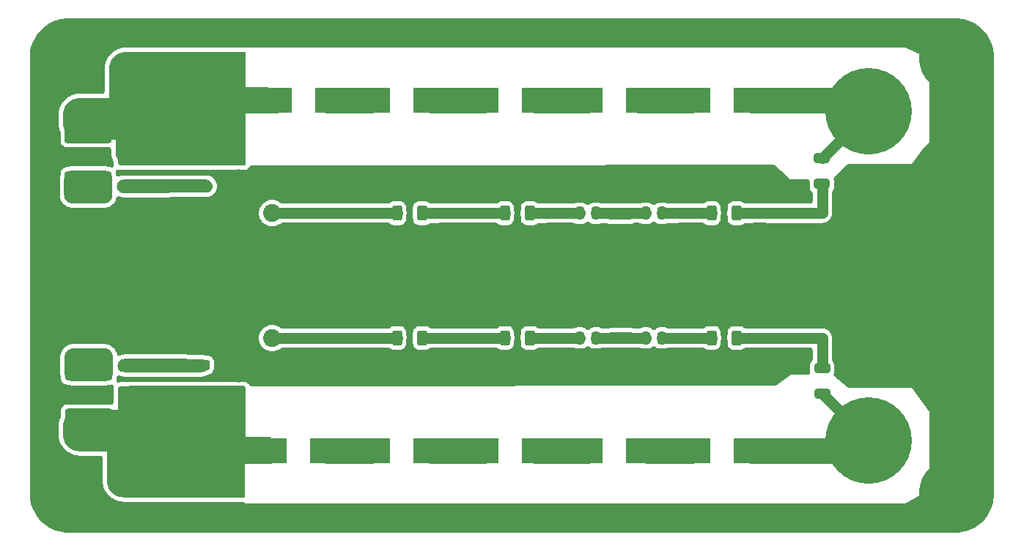
<source format=gbr>
%TF.GenerationSoftware,KiCad,Pcbnew,8.0.6*%
%TF.CreationDate,2024-11-13T10:13:59+01:00*%
%TF.ProjectId,5uH_LISN,3575485f-4c49-4534-9e2e-6b696361645f,V1 R0*%
%TF.SameCoordinates,Original*%
%TF.FileFunction,Copper,L2,Bot*%
%TF.FilePolarity,Positive*%
%FSLAX46Y46*%
G04 Gerber Fmt 4.6, Leading zero omitted, Abs format (unit mm)*
G04 Created by KiCad (PCBNEW 8.0.6) date 2024-11-13 10:13:59*
%MOMM*%
%LPD*%
G01*
G04 APERTURE LIST*
G04 Aperture macros list*
%AMRoundRect*
0 Rectangle with rounded corners*
0 $1 Rounding radius*
0 $2 $3 $4 $5 $6 $7 $8 $9 X,Y pos of 4 corners*
0 Add a 4 corners polygon primitive as box body*
4,1,4,$2,$3,$4,$5,$6,$7,$8,$9,$2,$3,0*
0 Add four circle primitives for the rounded corners*
1,1,$1+$1,$2,$3*
1,1,$1+$1,$4,$5*
1,1,$1+$1,$6,$7*
1,1,$1+$1,$8,$9*
0 Add four rect primitives between the rounded corners*
20,1,$1+$1,$2,$3,$4,$5,0*
20,1,$1+$1,$4,$5,$6,$7,0*
20,1,$1+$1,$6,$7,$8,$9,0*
20,1,$1+$1,$8,$9,$2,$3,0*%
G04 Aperture macros list end*
%TA.AperFunction,ComponentPad*%
%ADD10C,2.050000*%
%TD*%
%TA.AperFunction,ComponentPad*%
%ADD11C,2.250000*%
%TD*%
%TA.AperFunction,ComponentPad*%
%ADD12C,10.000000*%
%TD*%
%TA.AperFunction,ComponentPad*%
%ADD13C,8.000000*%
%TD*%
%TA.AperFunction,SMDPad,CuDef*%
%ADD14RoundRect,0.250000X-2.450000X0.650000X-2.450000X-0.650000X2.450000X-0.650000X2.450000X0.650000X0*%
%TD*%
%TA.AperFunction,SMDPad,CuDef*%
%ADD15RoundRect,0.250000X2.450000X-0.650000X2.450000X0.650000X-2.450000X0.650000X-2.450000X-0.650000X0*%
%TD*%
%TA.AperFunction,SMDPad,CuDef*%
%ADD16RoundRect,0.249999X-1.100001X0.325001X-1.100001X-0.325001X1.100001X-0.325001X1.100001X0.325001X0*%
%TD*%
%TA.AperFunction,SMDPad,CuDef*%
%ADD17RoundRect,0.249999X1.100001X-0.325001X1.100001X0.325001X-1.100001X0.325001X-1.100001X-0.325001X0*%
%TD*%
%TA.AperFunction,SMDPad,CuDef*%
%ADD18R,0.914400X0.914400*%
%TD*%
%TA.AperFunction,SMDPad,CuDef*%
%ADD19R,2.540000X1.016000*%
%TD*%
%TA.AperFunction,SMDPad,CuDef*%
%ADD20RoundRect,0.249998X0.450002X-0.262502X0.450002X0.262502X-0.450002X0.262502X-0.450002X-0.262502X0*%
%TD*%
%TA.AperFunction,SMDPad,CuDef*%
%ADD21RoundRect,0.249998X-0.450002X0.262502X-0.450002X-0.262502X0.450002X-0.262502X0.450002X0.262502X0*%
%TD*%
%TA.AperFunction,SMDPad,CuDef*%
%ADD22RoundRect,0.249999X-2.125001X0.275001X-2.125001X-0.275001X2.125001X-0.275001X2.125001X0.275001X0*%
%TD*%
%TA.AperFunction,SMDPad,CuDef*%
%ADD23RoundRect,0.249999X2.125001X-0.275001X2.125001X0.275001X-2.125001X0.275001X-2.125001X-0.275001X0*%
%TD*%
%TA.AperFunction,SMDPad,CuDef*%
%ADD24RoundRect,0.249997X-0.312503X-0.625003X0.312503X-0.625003X0.312503X0.625003X-0.312503X0.625003X0*%
%TD*%
%TA.AperFunction,SMDPad,CuDef*%
%ADD25RoundRect,0.249997X-0.625003X0.312503X-0.625003X-0.312503X0.625003X-0.312503X0.625003X0.312503X0*%
%TD*%
%TA.AperFunction,SMDPad,CuDef*%
%ADD26RoundRect,0.249997X0.625003X-0.312503X0.625003X0.312503X-0.625003X0.312503X-0.625003X-0.312503X0*%
%TD*%
%TA.AperFunction,SMDPad,CuDef*%
%ADD27RoundRect,0.250000X-0.250000X-0.475000X0.250000X-0.475000X0.250000X0.475000X-0.250000X0.475000X0*%
%TD*%
%TA.AperFunction,SMDPad,CuDef*%
%ADD28RoundRect,0.249999X-0.650001X0.325001X-0.650001X-0.325001X0.650001X-0.325001X0.650001X0.325001X0*%
%TD*%
%TA.AperFunction,SMDPad,CuDef*%
%ADD29RoundRect,0.249999X0.650001X-0.325001X0.650001X0.325001X-0.650001X0.325001X-0.650001X-0.325001X0*%
%TD*%
%TA.AperFunction,SMDPad,CuDef*%
%ADD30R,3.600000X1.050000*%
%TD*%
%TA.AperFunction,SMDPad,CuDef*%
%ADD31R,3.000000X3.000000*%
%TD*%
%TA.AperFunction,ViaPad*%
%ADD32C,0.900000*%
%TD*%
%TA.AperFunction,ViaPad*%
%ADD33C,0.800000*%
%TD*%
%TA.AperFunction,Conductor*%
%ADD34C,3.000000*%
%TD*%
%TA.AperFunction,Conductor*%
%ADD35C,1.774160*%
%TD*%
%TA.AperFunction,Conductor*%
%ADD36C,1.231000*%
%TD*%
G04 APERTURE END LIST*
D10*
%TO.P,J1,1,In*%
%TO.N,Net-(D1-Pad3)*%
X28500000Y37456500D03*
D11*
%TO.P,J1,2,Ext*%
%TO.N,GND*%
X25960000Y39996500D03*
X31040000Y34916500D03*
X25960000Y34916500D03*
X31040000Y39996500D03*
%TD*%
D10*
%TO.P,J2,1,In*%
%TO.N,Net-(D3-Pad3)*%
X28500000Y23000000D03*
D11*
%TO.P,J2,2,Ext*%
%TO.N,GND*%
X25960000Y25540000D03*
X25960000Y20460000D03*
X31040000Y20460000D03*
X31040000Y25540000D03*
%TD*%
D12*
%TO.P,J4,P$1,1*%
%TO.N,GND*%
X15000000Y30200000D03*
%TD*%
D13*
%TO.P,H1,B4\u002C1,MOUNT*%
%TO.N,GND*%
X5150000Y5000000D03*
%TD*%
%TO.P,H2,B4\u002C1,MOUNT*%
%TO.N,GND*%
X5150000Y55500000D03*
%TD*%
%TO.P,H3,B4\u002C1,MOUNT*%
%TO.N,GND*%
X107250000Y55500000D03*
%TD*%
%TO.P,H4,B4\u002C1,MOUNT*%
%TO.N,GND*%
X107250000Y5000000D03*
%TD*%
D12*
%TO.P,J3,P$1,1*%
%TO.N,Net-(C1-Pad1)*%
X15000000Y49260000D03*
%TD*%
%TO.P,J5,P$1,1*%
%TO.N,Net-(C2-Pad1)*%
X15000000Y11140000D03*
%TD*%
%TO.P,J6,P$1,1*%
%TO.N,GND*%
X97400000Y30200000D03*
%TD*%
%TO.P,J7,P$1,1*%
%TO.N,Net-(C15-Pad1)*%
X97400000Y49260000D03*
%TD*%
%TO.P,J8,P$1,1*%
%TO.N,Net-(C16-Pad1)*%
X97400000Y11140000D03*
%TD*%
D14*
%TO.P,C1,1*%
%TO.N,Net-(C1-Pad1)*%
X7266000Y46484000D03*
%TO.P,C1,2*%
%TO.N,Net-(C1-Pad2)*%
X7266000Y41384000D03*
%TD*%
D15*
%TO.P,C2,1*%
%TO.N,Net-(C2-Pad1)*%
X7324000Y13927000D03*
%TO.P,C2,2*%
%TO.N,Net-(C2-Pad2)*%
X7324000Y19027000D03*
%TD*%
D16*
%TO.P,C5,1*%
%TO.N,Net-(C1-Pad1)*%
X17628000Y43575000D03*
%TO.P,C5,2*%
%TO.N,Net-(C5-Pad2)*%
X17628000Y40625000D03*
%TD*%
D17*
%TO.P,C6,1*%
%TO.N,Net-(C2-Pad1)*%
X12028000Y16814000D03*
%TO.P,C6,2*%
%TO.N,Net-(C6-Pad2)*%
X12028000Y19764000D03*
%TD*%
D16*
%TO.P,C7,1*%
%TO.N,Net-(C1-Pad1)*%
X12028000Y43575000D03*
%TO.P,C7,2*%
%TO.N,Net-(C5-Pad2)*%
X12028000Y40625000D03*
%TD*%
D17*
%TO.P,C8,1*%
%TO.N,Net-(C2-Pad1)*%
X17628000Y16864000D03*
%TO.P,C8,2*%
%TO.N,Net-(C6-Pad2)*%
X17628000Y19814000D03*
%TD*%
D18*
%TO.P,D1,1,1*%
%TO.N,GND*%
X35589000Y35384000D03*
%TO.P,D1,2,2*%
X33811000Y35384000D03*
%TO.P,D1,3,3*%
%TO.N,Net-(D1-Pad3)*%
X34700000Y37416000D03*
%TD*%
%TO.P,D2,1,1*%
%TO.N,GND*%
X53489000Y35334000D03*
%TO.P,D2,2,2*%
X51711000Y35334000D03*
%TO.P,D2,3,3*%
%TO.N,Net-(D2-Pad3)*%
X52600000Y37366000D03*
%TD*%
%TO.P,D3,1,1*%
%TO.N,GND*%
X35589000Y20934000D03*
%TO.P,D3,2,2*%
X33811000Y20934000D03*
%TO.P,D3,3,3*%
%TO.N,Net-(D3-Pad3)*%
X34700000Y22966000D03*
%TD*%
%TO.P,D4,1,1*%
%TO.N,GND*%
X53489000Y20834000D03*
%TO.P,D4,2,2*%
X51711000Y20834000D03*
%TO.P,D4,3,3*%
%TO.N,Net-(D4-Pad3)*%
X52600000Y22866000D03*
%TD*%
D19*
%TO.P,L6,P$1,1*%
%TO.N,Net-(C11-Pad2)*%
X68700000Y37243000D03*
%TO.P,L6,P$2,2*%
%TO.N,GND*%
X68700000Y34957000D03*
%TD*%
D20*
%TO.P,R1,1,1*%
%TO.N,GND*%
X39044000Y35631500D03*
%TO.P,R1,2,2*%
%TO.N,Net-(D1-Pad3)*%
X39044000Y37456500D03*
%TD*%
D21*
%TO.P,R2,1,1*%
%TO.N,GND*%
X39044000Y24825000D03*
%TO.P,R2,2,2*%
%TO.N,Net-(D3-Pad3)*%
X39044000Y23000000D03*
%TD*%
D22*
%TO.P,R3,1*%
%TO.N,Net-(C1-Pad2)*%
X7266000Y39303000D03*
%TO.P,R3,2*%
%TO.N,GND*%
X7266000Y36353000D03*
%TD*%
D23*
%TO.P,R4,1*%
%TO.N,Net-(C2-Pad2)*%
X7324000Y21098000D03*
%TO.P,R4,2*%
%TO.N,GND*%
X7324000Y24048000D03*
%TD*%
D20*
%TO.P,R5,1,1*%
%TO.N,GND*%
X41076000Y35631500D03*
%TO.P,R5,2,2*%
%TO.N,Net-(D1-Pad3)*%
X41076000Y37456500D03*
%TD*%
D21*
%TO.P,R6,1,1*%
%TO.N,GND*%
X41076000Y24825000D03*
%TO.P,R6,2,2*%
%TO.N,Net-(D3-Pad3)*%
X41076000Y23000000D03*
%TD*%
D24*
%TO.P,R7,1,1*%
%TO.N,Net-(D1-Pad3)*%
X42915500Y37453000D03*
%TO.P,R7,2,2*%
%TO.N,Net-(D2-Pad3)*%
X45840500Y37453000D03*
%TD*%
%TO.P,R8,1,1*%
%TO.N,Net-(D3-Pad3)*%
X42915500Y23014000D03*
%TO.P,R8,2,2*%
%TO.N,Net-(D4-Pad3)*%
X45840500Y23014000D03*
%TD*%
D25*
%TO.P,R9,1*%
%TO.N,Net-(C5-Pad2)*%
X20428000Y40512500D03*
%TO.P,R9,2*%
%TO.N,GND*%
X20428000Y37587500D03*
%TD*%
D26*
%TO.P,R10,1*%
%TO.N,Net-(C6-Pad2)*%
X14828000Y19876500D03*
%TO.P,R10,2*%
%TO.N,GND*%
X14828000Y22801500D03*
%TD*%
D20*
%TO.P,R11,1,1*%
%TO.N,GND*%
X47680000Y35631500D03*
%TO.P,R11,2,2*%
%TO.N,Net-(D2-Pad3)*%
X47680000Y37456500D03*
%TD*%
D21*
%TO.P,R12,1,1*%
%TO.N,GND*%
X47680000Y24825000D03*
%TO.P,R12,2,2*%
%TO.N,Net-(D4-Pad3)*%
X47680000Y23000000D03*
%TD*%
D25*
%TO.P,R13,1*%
%TO.N,Net-(C5-Pad2)*%
X14828000Y40512500D03*
%TO.P,R13,2*%
%TO.N,GND*%
X14828000Y37587500D03*
%TD*%
D26*
%TO.P,R14,1*%
%TO.N,Net-(C6-Pad2)*%
X20428000Y19876500D03*
%TO.P,R14,2*%
%TO.N,GND*%
X20428000Y22801500D03*
%TD*%
D20*
%TO.P,R15,1,1*%
%TO.N,GND*%
X49712000Y35631500D03*
%TO.P,R15,2,2*%
%TO.N,Net-(D2-Pad3)*%
X49712000Y37456500D03*
%TD*%
D21*
%TO.P,R16,1,1*%
%TO.N,GND*%
X49712000Y24825000D03*
%TO.P,R16,2,2*%
%TO.N,Net-(D4-Pad3)*%
X49712000Y23000000D03*
%TD*%
D27*
%TO.P,C11,1,1*%
%TO.N,Net-(C11-Pad1)*%
X64010000Y37453000D03*
%TO.P,C11,2,2*%
%TO.N,Net-(C11-Pad2)*%
X65910000Y37453000D03*
%TD*%
%TO.P,C12,1,1*%
%TO.N,Net-(C12-Pad1)*%
X64010000Y23014000D03*
%TO.P,C12,2,2*%
%TO.N,Net-(C12-Pad2)*%
X65910000Y23014000D03*
%TD*%
%TO.P,C13,1,1*%
%TO.N,Net-(C11-Pad2)*%
X71630000Y37453000D03*
%TO.P,C13,2,2*%
%TO.N,Net-(C13-Pad2)*%
X73530000Y37453000D03*
%TD*%
%TO.P,C14,1,1*%
%TO.N,Net-(C12-Pad2)*%
X71630000Y23014000D03*
%TO.P,C14,2,2*%
%TO.N,Net-(C14-Pad2)*%
X73530000Y23014000D03*
%TD*%
D28*
%TO.P,C15,1,1*%
%TO.N,Net-(C15-Pad1)*%
X92000000Y43791000D03*
%TO.P,C15,2,2*%
%TO.N,Net-(C15-Pad2)*%
X92000000Y40841000D03*
%TD*%
D29*
%TO.P,C16,1,1*%
%TO.N,Net-(C16-Pad1)*%
X92042000Y16559000D03*
%TO.P,C16,2,2*%
%TO.N,Net-(C16-Pad2)*%
X92042000Y19509000D03*
%TD*%
D24*
%TO.P,R17,1,1*%
%TO.N,Net-(D2-Pad3)*%
X55369500Y37453000D03*
%TO.P,R17,2,2*%
%TO.N,Net-(C11-Pad1)*%
X58294500Y37453000D03*
%TD*%
%TO.P,R18,1,1*%
%TO.N,Net-(D4-Pad3)*%
X55369500Y23014000D03*
%TO.P,R18,2,2*%
%TO.N,Net-(C12-Pad1)*%
X58294500Y23014000D03*
%TD*%
D20*
%TO.P,R19,1,1*%
%TO.N,GND*%
X60134000Y35631500D03*
%TO.P,R19,2,2*%
%TO.N,Net-(C11-Pad1)*%
X60134000Y37456500D03*
%TD*%
D21*
%TO.P,R20,1,1*%
%TO.N,GND*%
X60134000Y24825000D03*
%TO.P,R20,2,2*%
%TO.N,Net-(C12-Pad1)*%
X60134000Y23000000D03*
%TD*%
D20*
%TO.P,R21,1,1*%
%TO.N,GND*%
X62166000Y35631500D03*
%TO.P,R21,2,2*%
%TO.N,Net-(C11-Pad1)*%
X62166000Y37456500D03*
%TD*%
D21*
%TO.P,R22,1,1*%
%TO.N,GND*%
X62166000Y24825000D03*
%TO.P,R22,2,2*%
%TO.N,Net-(C12-Pad1)*%
X62166000Y23000000D03*
%TD*%
D20*
%TO.P,R23,1,1*%
%TO.N,GND*%
X75374000Y35631500D03*
%TO.P,R23,2,2*%
%TO.N,Net-(C13-Pad2)*%
X75374000Y37456500D03*
%TD*%
D21*
%TO.P,R24,1,1*%
%TO.N,GND*%
X75374000Y24825000D03*
%TO.P,R24,2,2*%
%TO.N,Net-(C14-Pad2)*%
X75374000Y23000000D03*
%TD*%
D20*
%TO.P,R25,1,1*%
%TO.N,GND*%
X77406000Y35631500D03*
%TO.P,R25,2,2*%
%TO.N,Net-(C13-Pad2)*%
X77406000Y37456500D03*
%TD*%
D21*
%TO.P,R26,1,1*%
%TO.N,GND*%
X77406000Y24825000D03*
%TO.P,R26,2,2*%
%TO.N,Net-(C14-Pad2)*%
X77406000Y23000000D03*
%TD*%
D24*
%TO.P,R27,1,1*%
%TO.N,Net-(C13-Pad2)*%
X79245500Y37453000D03*
%TO.P,R27,2,2*%
%TO.N,Net-(C15-Pad2)*%
X82170500Y37453000D03*
%TD*%
%TO.P,R28,1,1*%
%TO.N,Net-(C14-Pad2)*%
X79245500Y23014000D03*
%TO.P,R28,2,2*%
%TO.N,Net-(C16-Pad2)*%
X82170500Y23014000D03*
%TD*%
D20*
%TO.P,R29,1,1*%
%TO.N,GND*%
X86042000Y35637500D03*
%TO.P,R29,2,2*%
%TO.N,Net-(C15-Pad2)*%
X86042000Y37462500D03*
%TD*%
D21*
%TO.P,R30,1,1*%
%TO.N,GND*%
X86042000Y24825000D03*
%TO.P,R30,2,2*%
%TO.N,Net-(C16-Pad2)*%
X86042000Y23000000D03*
%TD*%
D20*
%TO.P,R31,1,1*%
%TO.N,GND*%
X84010000Y35637500D03*
%TO.P,R31,2,2*%
%TO.N,Net-(C15-Pad2)*%
X84010000Y37462500D03*
%TD*%
D21*
%TO.P,R32,1,1*%
%TO.N,GND*%
X84010000Y24825000D03*
%TO.P,R32,2,2*%
%TO.N,Net-(C16-Pad2)*%
X84010000Y23000000D03*
%TD*%
D30*
%TO.P,GD1,1*%
%TO.N,GND*%
X89924000Y32602000D03*
%TO.P,GD1,2*%
%TO.N,Net-(C15-Pad2)*%
X89924000Y37452000D03*
%TD*%
%TO.P,GD2,1*%
%TO.N,GND*%
X89924000Y27850000D03*
%TO.P,GD2,2*%
%TO.N,Net-(C16-Pad2)*%
X89924000Y23000000D03*
%TD*%
D31*
%TO.P,L8,1,1*%
%TO.N,Net-(L7-Pad2)*%
X40700000Y10000000D03*
%TO.P,L8,2,2*%
%TO.N,Net-(L8-Pad2)*%
X46300000Y10000000D03*
%TD*%
%TO.P,L7,1,1*%
%TO.N,Net-(C2-Pad1)*%
X28700000Y10000000D03*
%TO.P,L7,2,2*%
%TO.N,Net-(L7-Pad2)*%
X34300000Y10000000D03*
%TD*%
%TO.P,L11,1,1*%
%TO.N,Net-(L10-Pad2)*%
X77700000Y10000000D03*
%TO.P,L11,2,2*%
%TO.N,Net-(C16-Pad1)*%
X83300000Y10000000D03*
%TD*%
%TO.P,L10,1,1*%
%TO.N,Net-(L10-Pad1)*%
X65200000Y10000000D03*
%TO.P,L10,2,2*%
%TO.N,Net-(L10-Pad2)*%
X70800000Y10000000D03*
%TD*%
%TO.P,L4,1,1*%
%TO.N,Net-(L3-Pad2)*%
X65200000Y50500000D03*
%TO.P,L4,2,2*%
%TO.N,Net-(L4-Pad2)*%
X70800000Y50500000D03*
%TD*%
D19*
%TO.P,L12,P$1,1*%
%TO.N,Net-(C12-Pad2)*%
X68800000Y23143000D03*
%TO.P,L12,P$2,2*%
%TO.N,GND*%
X68800000Y20857000D03*
%TD*%
D31*
%TO.P,L2,1,1*%
%TO.N,Net-(L1-Pad2)*%
X40700000Y50500000D03*
%TO.P,L2,2,2*%
%TO.N,Net-(L2-Pad2)*%
X46300000Y50500000D03*
%TD*%
%TO.P,L1,1,1*%
%TO.N,Net-(C1-Pad1)*%
X29300000Y50500000D03*
%TO.P,L1,2,2*%
%TO.N,Net-(L1-Pad2)*%
X34900000Y50500000D03*
%TD*%
%TO.P,L3,1,1*%
%TO.N,Net-(L2-Pad2)*%
X53200000Y50500000D03*
%TO.P,L3,2,2*%
%TO.N,Net-(L3-Pad2)*%
X58800000Y50500000D03*
%TD*%
%TO.P,L9,1,1*%
%TO.N,Net-(L8-Pad2)*%
X53200000Y10000000D03*
%TO.P,L9,2,2*%
%TO.N,Net-(L10-Pad1)*%
X58800000Y10000000D03*
%TD*%
%TO.P,L5,1,1*%
%TO.N,Net-(L4-Pad2)*%
X77700000Y50500000D03*
%TO.P,L5,2,2*%
%TO.N,Net-(C15-Pad1)*%
X83300000Y50500000D03*
%TD*%
D32*
%TO.N,GND*%
X11176000Y59436000D03*
X13716000Y59436000D03*
X16256000Y59436000D03*
X18796000Y59436000D03*
X21336000Y59436000D03*
X23876000Y59436000D03*
X26416000Y59436000D03*
X28956000Y59436000D03*
X31496000Y59436000D03*
X34036000Y59436000D03*
X36576000Y59436000D03*
X39116000Y59436000D03*
X41656000Y59436000D03*
X44196000Y59436000D03*
X46736000Y59436000D03*
X49276000Y59436000D03*
X51816000Y59436000D03*
X54356000Y59436000D03*
X56896000Y59436000D03*
X59436000Y59436000D03*
X61976000Y59436000D03*
X64516000Y59436000D03*
X67056000Y59436000D03*
X69596000Y59436000D03*
X72136000Y59436000D03*
X74676000Y59436000D03*
X77216000Y59436000D03*
X79756000Y59436000D03*
X82296000Y59436000D03*
X84836000Y59436000D03*
X87376000Y59436000D03*
X89916000Y59436000D03*
X92456000Y59436000D03*
X94996000Y59436000D03*
X97536000Y59436000D03*
X100076000Y59436000D03*
X102616000Y59436000D03*
X72644000Y1270000D03*
X75184000Y1270000D03*
X26924000Y1270000D03*
X62484000Y1270000D03*
X65024000Y1270000D03*
X87884000Y1270000D03*
X90424000Y1270000D03*
X19304000Y1270000D03*
X32004000Y1270000D03*
X34544000Y1270000D03*
X42164000Y1270000D03*
X44704000Y1270000D03*
X47244000Y1270000D03*
X49784000Y1270000D03*
X21844000Y1270000D03*
X77724000Y1270000D03*
X80264000Y1270000D03*
X103124000Y1270000D03*
X14224000Y1270000D03*
X16764000Y1270000D03*
X9144000Y1270000D03*
X92964000Y1270000D03*
X95504000Y1270000D03*
X82804000Y1270000D03*
X85344000Y1270000D03*
X67564000Y1270000D03*
X70104000Y1270000D03*
X52324000Y1270000D03*
X54864000Y1270000D03*
X29464000Y1270000D03*
X98044000Y1270000D03*
X100584000Y1270000D03*
X24384000Y1270000D03*
X11684000Y1270000D03*
X37084000Y1270000D03*
X39624000Y1270000D03*
X57404000Y1270000D03*
X59944000Y1270000D03*
X65278000Y30226000D03*
X67818000Y30226000D03*
X55118000Y30226000D03*
X57658000Y30226000D03*
X80518000Y30226000D03*
X83058000Y30226000D03*
X27178000Y30226000D03*
X34798000Y30226000D03*
X37338000Y30226000D03*
X39878000Y30226000D03*
X42418000Y30226000D03*
X70358000Y30226000D03*
X72898000Y30226000D03*
X85598000Y30226000D03*
X88138000Y30226000D03*
X75438000Y30226000D03*
X77978000Y30226000D03*
X60198000Y30226000D03*
X62738000Y30226000D03*
X44958000Y30226000D03*
X47498000Y30226000D03*
X90678000Y30226000D03*
X29718000Y30226000D03*
X32258000Y30226000D03*
X50038000Y30226000D03*
X52578000Y30226000D03*
D33*
X60198000Y42164000D03*
X62738000Y42164000D03*
X37338000Y42164000D03*
X72898000Y42164000D03*
X70358000Y42164000D03*
X65278000Y42164000D03*
X57658000Y42164000D03*
X52578000Y42164000D03*
X27178000Y42164000D03*
X39878000Y42164000D03*
X42418000Y42164000D03*
X44958000Y42164000D03*
X47498000Y42164000D03*
X67818000Y42164000D03*
X80518000Y42164000D03*
X24638000Y42164000D03*
X32258000Y42164000D03*
X50038000Y42164000D03*
X29718000Y42164000D03*
X34798000Y42164000D03*
X55118000Y42164000D03*
X75438000Y42164000D03*
X77978000Y42164000D03*
X83058000Y42164000D03*
X62738000Y18288000D03*
X77978000Y18288000D03*
X83058000Y18288000D03*
X65278000Y18288000D03*
X70358000Y18288000D03*
X80518000Y18288000D03*
X24638000Y18288000D03*
X72898000Y18288000D03*
X60198000Y18288000D03*
X57658000Y18288000D03*
X55118000Y18288000D03*
X75438000Y18288000D03*
X29718000Y18288000D03*
X34798000Y18288000D03*
X52578000Y18288000D03*
X39878000Y18288000D03*
X37338000Y18288000D03*
X42418000Y18288000D03*
X47498000Y18288000D03*
X67818000Y18288000D03*
X27178000Y18288000D03*
X32258000Y18288000D03*
X50038000Y18288000D03*
X44958000Y18288000D03*
D32*
X111252000Y52070000D03*
X111252000Y49530000D03*
X111252000Y46990000D03*
X111252000Y44450000D03*
X111252000Y41910000D03*
X111252000Y39370000D03*
X111252000Y36830000D03*
X111252000Y34290000D03*
X111252000Y31750000D03*
X111252000Y29210000D03*
X111252000Y26670000D03*
X111252000Y24130000D03*
X111252000Y21590000D03*
X111252000Y19050000D03*
X111252000Y16510000D03*
X111252000Y13970000D03*
X111252000Y11430000D03*
X111252000Y8890000D03*
X1270000Y31750000D03*
X1270000Y21590000D03*
X1270000Y19050000D03*
X1270000Y11430000D03*
X1270000Y8890000D03*
X1270000Y46990000D03*
X1270000Y41910000D03*
X1270000Y29210000D03*
X1270000Y36830000D03*
X1270000Y44450000D03*
X1270000Y39370000D03*
X1270000Y16510000D03*
X1270000Y13970000D03*
X1270000Y34290000D03*
X1270000Y26670000D03*
X1270000Y24130000D03*
X1270000Y52070000D03*
X1270000Y49530000D03*
D33*
X85344000Y42164000D03*
X85344000Y18288000D03*
X95758000Y42176700D03*
X95758000Y39636700D03*
X95758000Y37096700D03*
X95747840Y18257520D03*
X95747840Y23337520D03*
X95747840Y20797520D03*
X23500000Y32001460D03*
X23489840Y28402280D03*
X23500000Y37081460D03*
X23500000Y39621460D03*
X23500000Y34541460D03*
X23489840Y20782280D03*
X23489840Y23322280D03*
X23500000Y30210760D03*
X23489840Y25862280D03*
D32*
X35650000Y20050000D03*
X105000000Y10000000D03*
X3150000Y49530000D03*
X3150000Y29210000D03*
X5500000Y8000000D03*
X33800000Y20050000D03*
X85600000Y25800000D03*
X82804000Y3100000D03*
X41600000Y34600000D03*
X109150000Y26680000D03*
X3500000Y7500000D03*
X110000000Y54500000D03*
X99000000Y18000000D03*
X59600000Y34650000D03*
X48200000Y34650000D03*
X16764000Y3100000D03*
X52324000Y3100000D03*
X8000000Y54500000D03*
X75800000Y25800000D03*
X85600000Y34650000D03*
X74800000Y34650000D03*
X107500000Y58500000D03*
X110000000Y56500000D03*
X18796000Y57500000D03*
X69750000Y34000000D03*
X105000000Y47500000D03*
X51700000Y34450000D03*
X100000000Y42500000D03*
X47200000Y25800000D03*
X19450000Y23850000D03*
X14800000Y23850000D03*
X110000000Y4000000D03*
X50200000Y34650000D03*
X2500000Y6000000D03*
X2500000Y4000000D03*
X23876000Y57500000D03*
X56896000Y57500000D03*
X91000000Y31700000D03*
X51700000Y19950000D03*
X4950000Y35350000D03*
X3500000Y53000000D03*
X42164000Y3100000D03*
X39600000Y34600000D03*
X57404000Y3100000D03*
X67750000Y19950000D03*
X3150000Y21590000D03*
X44704000Y3100000D03*
X94996000Y57500000D03*
X11684000Y3100000D03*
X31496000Y57500000D03*
X109150000Y47000000D03*
X98044000Y3100000D03*
X19304000Y3100000D03*
X26924000Y3100000D03*
X5500000Y2000000D03*
X2500000Y54500000D03*
X79756000Y57500000D03*
X13850000Y36500000D03*
X8000000Y4000000D03*
X2500000Y56500000D03*
X68800000Y19950000D03*
X109150000Y24140000D03*
X6850000Y25050000D03*
X3150000Y26670000D03*
X89916000Y57500000D03*
X35600000Y34500000D03*
X80264000Y3100000D03*
X109150000Y29220000D03*
X82296000Y57500000D03*
X16256000Y57500000D03*
X48200000Y25800000D03*
X8750000Y35350000D03*
X109150000Y19060000D03*
X5500000Y52500000D03*
X9700000Y35350000D03*
X105000000Y12500000D03*
X97536000Y57500000D03*
X83600000Y25800000D03*
X104500000Y56500000D03*
X85344000Y3100000D03*
X4950000Y25050000D03*
X109150000Y31760000D03*
X103124000Y3100000D03*
X36576000Y57500000D03*
X105500000Y7500000D03*
X77800000Y34650000D03*
X75184000Y3100000D03*
X61976000Y57500000D03*
X102500000Y42500000D03*
X21350000Y23850000D03*
X47200000Y34650000D03*
X37084000Y3100000D03*
X49200000Y25800000D03*
X72136000Y57500000D03*
X65024000Y3100000D03*
X21844000Y3100000D03*
X3150000Y46990000D03*
X74676000Y57500000D03*
X97500000Y42500000D03*
X105000000Y15000000D03*
X102616000Y57500000D03*
X51816000Y57500000D03*
X87884000Y3100000D03*
X3500000Y2500000D03*
X7000000Y7500000D03*
X14224000Y3100000D03*
X41656000Y57500000D03*
X49784000Y3100000D03*
X3150000Y39370000D03*
X109150000Y16520000D03*
X76800000Y25800000D03*
X104000000Y16000000D03*
X49276000Y57500000D03*
X100584000Y3100000D03*
X34036000Y57500000D03*
X87376000Y57500000D03*
X61600000Y25800000D03*
X95504000Y3100000D03*
X72644000Y3100000D03*
X105000000Y50000000D03*
X89950000Y28750000D03*
X77724000Y3100000D03*
X3150000Y13970000D03*
X74800000Y25800000D03*
X68700000Y34000000D03*
X53500000Y19950000D03*
X105000000Y45000000D03*
X88900000Y28750000D03*
X54356000Y57500000D03*
X76800000Y34650000D03*
X67650000Y34000000D03*
X67056000Y57500000D03*
X77800000Y25800000D03*
X67564000Y3100000D03*
X26416000Y57500000D03*
X15750000Y36500000D03*
X64516000Y57500000D03*
X14800000Y36500000D03*
X40600000Y25750000D03*
X104500000Y6000000D03*
X59600000Y25800000D03*
X28956000Y57500000D03*
X105500000Y53000000D03*
X62600000Y25800000D03*
X3150000Y19050000D03*
X8000000Y56500000D03*
X105500000Y58000000D03*
X105500000Y2500000D03*
X110000000Y6000000D03*
X44196000Y57500000D03*
X61600000Y34650000D03*
X97000000Y18000000D03*
X101000000Y18000000D03*
X109150000Y11440000D03*
X6850000Y35350000D03*
X88900000Y31700000D03*
X46736000Y57500000D03*
X29464000Y3100000D03*
X84600000Y25800000D03*
X8636000Y57500000D03*
X107500000Y8000000D03*
X8750000Y25050000D03*
X109150000Y41920000D03*
X3150000Y31750000D03*
X62484000Y3100000D03*
X5900000Y35350000D03*
X40600000Y34600000D03*
X39116000Y57500000D03*
X7000000Y58000000D03*
X38600000Y34600000D03*
X8000000Y6000000D03*
X100076000Y57500000D03*
X3500000Y58000000D03*
X60600000Y25800000D03*
X109150000Y49540000D03*
X7800000Y35350000D03*
X109000000Y53000000D03*
X62600000Y34650000D03*
X109150000Y34300000D03*
X84600000Y34650000D03*
X83600000Y34650000D03*
X109150000Y44460000D03*
X109150000Y21600000D03*
X5900000Y25050000D03*
X7000000Y53000000D03*
X69596000Y57500000D03*
X9144000Y3100000D03*
X92964000Y3100000D03*
X109150000Y39380000D03*
X70104000Y3100000D03*
X90424000Y3100000D03*
X92456000Y57500000D03*
X77216000Y57500000D03*
X103000000Y18000000D03*
X9700000Y25050000D03*
X59944000Y3100000D03*
X11176000Y57500000D03*
X109000000Y58000000D03*
X7000000Y2500000D03*
X38600000Y25750000D03*
X8636000Y59436000D03*
X109000000Y2500000D03*
X41600000Y25750000D03*
X107500000Y2000000D03*
X59436000Y57500000D03*
X50200000Y25800000D03*
X60600000Y34650000D03*
X13716000Y57500000D03*
X75800000Y34650000D03*
X20450000Y36500000D03*
X20400000Y23850000D03*
X69850000Y19950000D03*
X7800000Y25050000D03*
X89950000Y31700000D03*
X39600000Y25750000D03*
X104500000Y4000000D03*
X91000000Y28750000D03*
X84836000Y57500000D03*
X33800000Y34500000D03*
X13850000Y23850000D03*
X53500000Y34450000D03*
X3150000Y36830000D03*
X49200000Y34650000D03*
X54864000Y3100000D03*
X109150000Y36840000D03*
X19500000Y36500000D03*
X34544000Y3100000D03*
X39624000Y3100000D03*
X15750000Y23850000D03*
X3150000Y24130000D03*
X21400000Y36500000D03*
X3150000Y16510000D03*
X3150000Y34290000D03*
X3150000Y11430000D03*
X47244000Y3100000D03*
X21336000Y57500000D03*
X5500000Y58500000D03*
X32004000Y3100000D03*
X86600000Y25800000D03*
X109000000Y7500000D03*
X104500000Y54500000D03*
X3150000Y41910000D03*
X109150000Y13980000D03*
X86600000Y34650000D03*
X24384000Y3100000D03*
X3150000Y44450000D03*
X107500000Y52500000D03*
%TD*%
D34*
%TO.N,Net-(C1-Pad1)*%
X28924000Y50500000D02*
X15000000Y50500000D01*
%TO.N,Net-(L10-Pad1)*%
X64924000Y10000000D02*
X58924000Y10000000D01*
%TO.N,Net-(L10-Pad2)*%
X71924000Y10000000D02*
X76924000Y10000000D01*
D35*
X75922000Y10000000D02*
X78072000Y10000000D01*
X70772000Y10000000D02*
X72922000Y10000000D01*
D36*
%TO.N,Net-(C11-Pad2)*%
X71626500Y37456500D02*
X71630000Y37453000D01*
X68770000Y37456500D02*
X71626500Y37456500D01*
X65910000Y37453000D02*
X68758000Y37453000D01*
X68758000Y37453000D02*
X68770000Y37465000D01*
%TO.N,Net-(C11-Pad1)*%
X58294500Y37453000D02*
X60130500Y37453000D01*
X64006500Y37456500D02*
X64010000Y37453000D01*
X60134000Y37456500D02*
X62166000Y37456500D01*
X62166000Y37456500D02*
X64006500Y37456500D01*
X60130500Y37453000D02*
X60134000Y37456500D01*
%TO.N,Net-(C12-Pad2)*%
X65910000Y23014000D02*
X68770000Y23014000D01*
X68770000Y23014000D02*
X71630000Y23014000D01*
%TO.N,Net-(C12-Pad1)*%
X58294500Y23014000D02*
X60120000Y23014000D01*
X60134000Y23000000D02*
X62166000Y23000000D01*
X62166000Y23000000D02*
X63996000Y23000000D01*
X63996000Y23000000D02*
X64010000Y23014000D01*
X60120000Y23014000D02*
X60134000Y23000000D01*
%TO.N,Net-(C13-Pad2)*%
X77406000Y37456500D02*
X79242000Y37456500D01*
X73530000Y37453000D02*
X75370500Y37453000D01*
X75374000Y37456500D02*
X77406000Y37456500D01*
X79242000Y37456500D02*
X79245500Y37453000D01*
X75370500Y37453000D02*
X75374000Y37456500D01*
%TO.N,Net-(C14-Pad2)*%
X77406000Y23000000D02*
X79231500Y23000000D01*
X75360000Y23014000D02*
X75374000Y23000000D01*
X75374000Y23000000D02*
X77406000Y23000000D01*
X79231500Y23000000D02*
X79245500Y23014000D01*
X73530000Y23014000D02*
X75360000Y23014000D01*
%TO.N,Net-(C15-Pad2)*%
X84006500Y37453000D02*
X84010000Y37456500D01*
X82170500Y37453000D02*
X84006500Y37453000D01*
X84010000Y37456500D02*
X86042000Y37456500D01*
X92042000Y37452320D02*
X92042000Y40662000D01*
X85750000Y37450000D02*
X92042000Y37452320D01*
D34*
%TO.N,Net-(C15-Pad1)*%
X92202000Y50546000D02*
X97354000Y50546000D01*
X97354000Y50546000D02*
X97400000Y50500000D01*
X83924000Y50546000D02*
X89916000Y50546000D01*
X89916000Y50546000D02*
X92202000Y50546000D01*
D36*
X97400000Y49149000D02*
X92042000Y43791000D01*
D35*
X97400000Y50500000D02*
X97400000Y49149000D01*
D36*
%TO.N,Net-(C16-Pad2)*%
X85950000Y23000000D02*
X92042000Y22994600D01*
X83996000Y23014000D02*
X84010000Y23000000D01*
X92042000Y22994600D02*
X91542000Y22994600D01*
X82170500Y23014000D02*
X83996000Y23014000D01*
X92042000Y22994600D02*
X92042000Y19662000D01*
X84010000Y23000000D02*
X86042000Y23000000D01*
D35*
%TO.N,Net-(C16-Pad1)*%
X97400000Y10000000D02*
X97400000Y11201000D01*
D34*
X97400000Y10000000D02*
X83924000Y10000000D01*
D36*
X97400000Y11201000D02*
X92042000Y16559000D01*
%TO.N,Net-(C2-Pad1)*%
X14935000Y16815000D02*
X14949000Y10051000D01*
X12178000Y16815000D02*
X14935000Y16815000D01*
D34*
X27150000Y10000000D02*
X15000000Y10000000D01*
D36*
X14949000Y10051000D02*
X15000000Y10000000D01*
D34*
%TO.N,Net-(L2-Pad2)*%
X52924000Y50500000D02*
X46924000Y50500000D01*
%TO.N,Net-(L4-Pad2)*%
X70924000Y50546000D02*
X76924000Y50546000D01*
%TO.N,Net-(L1-Pad2)*%
X39924000Y50500000D02*
X34924000Y50500000D01*
%TO.N,Net-(L3-Pad2)*%
X58924000Y50500000D02*
X64924000Y50500000D01*
%TO.N,Net-(L7-Pad2)*%
X39924000Y10000000D02*
X34924000Y10000000D01*
%TO.N,Net-(L8-Pad2)*%
X52924000Y10000000D02*
X46924000Y10000000D01*
D36*
%TO.N,Net-(D1-Pad3)*%
X39044000Y37456500D02*
X41076000Y37456500D01*
X42912000Y37456500D02*
X42915500Y37453000D01*
X36812000Y37456500D02*
X39044000Y37456500D01*
X34326000Y37456500D02*
X36812000Y37456500D01*
X41076000Y37456500D02*
X42912000Y37456500D01*
X28500000Y37456500D02*
X34326000Y37456500D01*
%TO.N,Net-(D2-Pad3)*%
X55366000Y37456500D02*
X55369500Y37453000D01*
X47676500Y37453000D02*
X47680000Y37456500D01*
X53330000Y37456500D02*
X55366000Y37456500D01*
X51444000Y37456500D02*
X53830000Y37456500D01*
X49712000Y37456500D02*
X51944000Y37456500D01*
X47680000Y37456500D02*
X49712000Y37456500D01*
X45840500Y37453000D02*
X47676500Y37453000D01*
%TO.N,Net-(D3-Pad3)*%
X41076000Y23000000D02*
X42901500Y23000000D01*
X39044000Y23000000D02*
X41076000Y23000000D01*
X36812000Y23000000D02*
X39044000Y23000000D01*
X28500000Y23000000D02*
X34326000Y23000000D01*
X42901500Y23000000D02*
X42915500Y23014000D01*
X34326000Y23000000D02*
X36812000Y23000000D01*
%TO.N,Net-(D4-Pad3)*%
X51444000Y23000000D02*
X53830000Y23000000D01*
X53330000Y23000000D02*
X55355500Y23000000D01*
X47666000Y23014000D02*
X47680000Y23000000D01*
X49712000Y23000000D02*
X51944000Y23000000D01*
X45840500Y23014000D02*
X47666000Y23014000D01*
X55355500Y23000000D02*
X55369500Y23014000D01*
X47680000Y23000000D02*
X49712000Y23000000D01*
%TD*%
%TA.AperFunction,Conductor*%
%TO.N,Net-(C2-Pad1)*%
G36*
X25342121Y17443998D02*
G01*
X25388614Y17390342D01*
X25400000Y17338000D01*
X25400000Y11550000D01*
X28322000Y11550000D01*
X28390121Y11529998D01*
X28436614Y11476342D01*
X28448000Y11424000D01*
X28448000Y8526015D01*
X28427998Y8457894D01*
X28374342Y8411401D01*
X28321985Y8400015D01*
X25372870Y8400358D01*
X25354755Y8400360D01*
X25354738Y8386851D01*
X25354738Y8386849D01*
X25352518Y6576501D01*
X25350585Y5000000D01*
X25350214Y4697845D01*
X25330128Y4629749D01*
X25276416Y4583322D01*
X25224214Y4572000D01*
X11402501Y4572000D01*
X11393513Y4572321D01*
X11344129Y4575853D01*
X11122350Y4591715D01*
X11104567Y4594272D01*
X10843342Y4651098D01*
X10826100Y4656160D01*
X10575607Y4749589D01*
X10559260Y4757055D01*
X10324625Y4885176D01*
X10309502Y4894895D01*
X10095490Y5055103D01*
X10081904Y5066876D01*
X9892876Y5255904D01*
X9881103Y5269490D01*
X9720895Y5483502D01*
X9711176Y5498625D01*
X9583055Y5733260D01*
X9575589Y5749607D01*
X9482160Y6000100D01*
X9477097Y6017346D01*
X9420272Y6278567D01*
X9417714Y6296355D01*
X9398321Y6567513D01*
X9398000Y6576501D01*
X9398000Y9906000D01*
X6322501Y9906000D01*
X6313513Y9906321D01*
X6264129Y9909853D01*
X6042350Y9925715D01*
X6024567Y9928272D01*
X5763342Y9985098D01*
X5746100Y9990160D01*
X5495607Y10083589D01*
X5479260Y10091055D01*
X5244625Y10219176D01*
X5229502Y10228895D01*
X5015490Y10389103D01*
X5001904Y10400876D01*
X4812876Y10589904D01*
X4801103Y10603490D01*
X4640895Y10817502D01*
X4631176Y10832625D01*
X4503055Y11067260D01*
X4495589Y11083607D01*
X4402160Y11334100D01*
X4397097Y11351346D01*
X4369906Y11476342D01*
X4340272Y11612567D01*
X4337714Y11630355D01*
X4318321Y11901513D01*
X4318000Y11910501D01*
X4318000Y12727499D01*
X4318321Y12736487D01*
X4337714Y13007645D01*
X4340272Y13025433D01*
X4397098Y13286658D01*
X4402161Y13303903D01*
X4495589Y13554393D01*
X4503055Y13570740D01*
X4631176Y13805375D01*
X4640895Y13820498D01*
X4801103Y14034510D01*
X4812876Y14048096D01*
X5001904Y14237124D01*
X5015490Y14248897D01*
X5229502Y14409105D01*
X5244625Y14418824D01*
X5479260Y14546945D01*
X5495607Y14554411D01*
X5746100Y14647840D01*
X5763342Y14652902D01*
X6024567Y14709728D01*
X6042350Y14712285D01*
X6264129Y14728147D01*
X6313513Y14731679D01*
X6322501Y14732000D01*
X10668000Y14732000D01*
X10668000Y16098000D01*
X10687793Y16324227D01*
X10691606Y16345852D01*
X10747527Y16554552D01*
X10755039Y16575191D01*
X10846351Y16771010D01*
X10857333Y16790030D01*
X10981263Y16967021D01*
X10995381Y16983846D01*
X11148154Y17136619D01*
X11164979Y17150737D01*
X11341970Y17274667D01*
X11360990Y17285649D01*
X11556809Y17376961D01*
X11577448Y17384473D01*
X11621886Y17396380D01*
X11786152Y17440395D01*
X11807773Y17444207D01*
X12028525Y17463521D01*
X12039507Y17464000D01*
X25274000Y17464000D01*
X25342121Y17443998D01*
G37*
%TD.AperFunction*%
%TD*%
%TA.AperFunction,Conductor*%
%TO.N,Net-(C6-Pad2)*%
G36*
X18745731Y20584587D02*
G01*
X18750000Y20582256D01*
X18750000Y20576000D01*
X20342921Y20576000D01*
X20357029Y20575208D01*
X20505457Y20558484D01*
X20532963Y20552206D01*
X20637012Y20515797D01*
X20667216Y20505228D01*
X20692635Y20492987D01*
X20813082Y20417306D01*
X20835142Y20399713D01*
X20935713Y20299142D01*
X20953306Y20277082D01*
X21028987Y20156635D01*
X21041228Y20131216D01*
X21088205Y19996965D01*
X21094484Y19969456D01*
X21110410Y19828107D01*
X21110410Y19799893D01*
X21094484Y19658544D01*
X21088205Y19631035D01*
X21041228Y19496784D01*
X21028987Y19471365D01*
X20953306Y19350918D01*
X20935713Y19328858D01*
X20835142Y19228287D01*
X20813082Y19210694D01*
X20692635Y19135013D01*
X20667216Y19122772D01*
X20532963Y19075794D01*
X20505457Y19069516D01*
X20357029Y19052792D01*
X20342921Y19052000D01*
X11435079Y19052000D01*
X11420971Y19052792D01*
X11269873Y19069817D01*
X11242366Y19076096D01*
X11105574Y19123961D01*
X11080153Y19136203D01*
X10957438Y19213310D01*
X10935379Y19230902D01*
X10832902Y19333379D01*
X10815310Y19355438D01*
X10738203Y19478153D01*
X10725961Y19503574D01*
X10678096Y19640366D01*
X10671817Y19667874D01*
X10655590Y19811893D01*
X10655590Y19840107D01*
X10671817Y19984126D01*
X10678096Y20011634D01*
X10725961Y20148426D01*
X10738203Y20173847D01*
X10815310Y20296562D01*
X10832902Y20318621D01*
X10935379Y20421098D01*
X10957438Y20438690D01*
X11043851Y20492987D01*
X11080155Y20515798D01*
X11105574Y20528039D01*
X11242366Y20575904D01*
X11269873Y20582183D01*
X11420971Y20599208D01*
X11435079Y20600000D01*
X18685345Y20600000D01*
X18745731Y20584587D01*
G37*
%TD.AperFunction*%
%TD*%
%TA.AperFunction,Conductor*%
%TO.N,Net-(C2-Pad2)*%
G36*
X9124163Y21810393D02*
G01*
X9300740Y21793001D01*
X9324957Y21788185D01*
X9488809Y21738482D01*
X9511629Y21729029D01*
X9662631Y21648317D01*
X9683158Y21634601D01*
X9815521Y21525974D01*
X9832974Y21508521D01*
X9941601Y21376158D01*
X9955319Y21355628D01*
X10036029Y21204629D01*
X10045482Y21181810D01*
X10095185Y21017957D01*
X10100002Y20993737D01*
X10117393Y20817163D01*
X10118000Y20804813D01*
X10118000Y19007187D01*
X10117393Y18994837D01*
X10100002Y18818263D01*
X10095185Y18794043D01*
X10045482Y18630191D01*
X10036029Y18607371D01*
X9955319Y18456372D01*
X9941601Y18435842D01*
X9832974Y18303479D01*
X9815521Y18286026D01*
X9683158Y18177399D01*
X9662631Y18163683D01*
X9570417Y18114393D01*
X9511629Y18082971D01*
X9488810Y18073518D01*
X9324957Y18023815D01*
X9300740Y18018999D01*
X9124163Y18001607D01*
X9111813Y18001000D01*
X5536187Y18001000D01*
X5523837Y18001607D01*
X5347260Y18018999D01*
X5323043Y18023815D01*
X5159190Y18073518D01*
X5136371Y18082971D01*
X5077583Y18114393D01*
X4985369Y18163683D01*
X4964842Y18177399D01*
X4832479Y18286026D01*
X4815026Y18303479D01*
X4706399Y18435842D01*
X4692681Y18456372D01*
X4611971Y18607371D01*
X4602518Y18630191D01*
X4552815Y18794043D01*
X4547998Y18818263D01*
X4530607Y18994837D01*
X4530000Y19007187D01*
X4530000Y20804813D01*
X4530607Y20817163D01*
X4547998Y20993737D01*
X4552815Y21017957D01*
X4602518Y21181810D01*
X4611971Y21204629D01*
X4692681Y21355628D01*
X4706399Y21376158D01*
X4815026Y21508521D01*
X4832479Y21525974D01*
X4964842Y21634601D01*
X4985369Y21648317D01*
X5136371Y21729029D01*
X5159191Y21738482D01*
X5323043Y21788185D01*
X5347260Y21793001D01*
X5523837Y21810393D01*
X5536187Y21811000D01*
X9111813Y21811000D01*
X9124163Y21810393D01*
G37*
%TD.AperFunction*%
%TD*%
%TA.AperFunction,Conductor*%
%TO.N,Net-(C1-Pad2)*%
G36*
X9066163Y42399393D02*
G01*
X9242740Y42382001D01*
X9266957Y42377185D01*
X9430809Y42327482D01*
X9453629Y42318029D01*
X9604631Y42237317D01*
X9625158Y42223601D01*
X9757521Y42114974D01*
X9774974Y42097521D01*
X9883601Y41965158D01*
X9897319Y41944628D01*
X9978029Y41793629D01*
X9987482Y41770810D01*
X10037185Y41606957D01*
X10042002Y41582737D01*
X10059393Y41406163D01*
X10060000Y41393813D01*
X10060000Y39596187D01*
X10059393Y39583837D01*
X10042002Y39407263D01*
X10037185Y39383043D01*
X9987482Y39219191D01*
X9978029Y39196371D01*
X9897319Y39045372D01*
X9883601Y39024842D01*
X9774974Y38892479D01*
X9757521Y38875026D01*
X9625158Y38766399D01*
X9604631Y38752683D01*
X9512417Y38703393D01*
X9453629Y38671971D01*
X9430810Y38662518D01*
X9266957Y38612815D01*
X9242740Y38607999D01*
X9066163Y38590607D01*
X9053813Y38590000D01*
X5478187Y38590000D01*
X5465837Y38590607D01*
X5289260Y38607999D01*
X5265043Y38612815D01*
X5101190Y38662518D01*
X5078371Y38671971D01*
X5019583Y38703393D01*
X4927369Y38752683D01*
X4906842Y38766399D01*
X4774479Y38875026D01*
X4757026Y38892479D01*
X4648399Y39024842D01*
X4634681Y39045372D01*
X4553971Y39196371D01*
X4544518Y39219191D01*
X4494815Y39383043D01*
X4489998Y39407263D01*
X4472607Y39583837D01*
X4472000Y39596187D01*
X4472000Y41393813D01*
X4472607Y41406163D01*
X4489998Y41582737D01*
X4494815Y41606957D01*
X4544518Y41770810D01*
X4553971Y41793629D01*
X4634681Y41944628D01*
X4648399Y41965158D01*
X4757026Y42097521D01*
X4774479Y42114974D01*
X4906842Y42223601D01*
X4927369Y42237317D01*
X5078371Y42318029D01*
X5101191Y42327482D01*
X5265043Y42377185D01*
X5289260Y42382001D01*
X5465837Y42399393D01*
X5478187Y42400000D01*
X9053813Y42400000D01*
X9066163Y42399393D01*
G37*
%TD.AperFunction*%
%TD*%
%TA.AperFunction,Conductor*%
%TO.N,Net-(C5-Pad2)*%
G36*
X20867029Y41337208D02*
G01*
X21015457Y41320484D01*
X21042963Y41314206D01*
X21177216Y41267228D01*
X21202635Y41254987D01*
X21323082Y41179306D01*
X21345142Y41161713D01*
X21445713Y41061142D01*
X21463306Y41039082D01*
X21538987Y40918635D01*
X21551228Y40893216D01*
X21598205Y40758965D01*
X21604484Y40731456D01*
X21620410Y40590107D01*
X21620410Y40561893D01*
X21604484Y40420544D01*
X21598205Y40393035D01*
X21551228Y40258784D01*
X21538987Y40233365D01*
X21463306Y40112918D01*
X21445713Y40090858D01*
X21345142Y39990287D01*
X21323082Y39972694D01*
X21202635Y39897013D01*
X21177216Y39884772D01*
X21042963Y39837794D01*
X21015457Y39831516D01*
X20867029Y39814792D01*
X20852921Y39814000D01*
X16664000Y39814000D01*
X16664000Y39809144D01*
X16663458Y39809036D01*
X16619251Y39790723D01*
X16605777Y39790000D01*
X11349079Y39790000D01*
X11334971Y39790792D01*
X11183873Y39807817D01*
X11156366Y39814096D01*
X11019574Y39861961D01*
X10994153Y39874203D01*
X10969869Y39889462D01*
X10871438Y39951310D01*
X10849379Y39968902D01*
X10746902Y40071379D01*
X10729310Y40093438D01*
X10652203Y40216153D01*
X10639961Y40241574D01*
X10592096Y40378366D01*
X10585817Y40405874D01*
X10569590Y40549893D01*
X10569590Y40578107D01*
X10585817Y40722126D01*
X10592096Y40749634D01*
X10639961Y40886426D01*
X10652203Y40911847D01*
X10729310Y41034562D01*
X10746902Y41056621D01*
X10849379Y41159098D01*
X10871438Y41176690D01*
X10994153Y41253797D01*
X11019574Y41266039D01*
X11156366Y41313904D01*
X11183873Y41320183D01*
X11334971Y41337208D01*
X11349079Y41338000D01*
X20852921Y41338000D01*
X20867029Y41337208D01*
G37*
%TD.AperFunction*%
%TD*%
%TA.AperFunction,Conductor*%
%TO.N,Net-(C1-Pad1)*%
G36*
X25396121Y56113998D02*
G01*
X25442614Y56060342D01*
X25454000Y56008000D01*
X25454000Y52009626D01*
X28068000Y52009626D01*
X28136121Y51989624D01*
X28182614Y51935968D01*
X28194000Y51883626D01*
X28194000Y49126000D01*
X28173998Y49057879D01*
X28120342Y49011386D01*
X28068000Y49000000D01*
X25450000Y49000000D01*
X25450000Y43114000D01*
X25429998Y43045879D01*
X25376342Y42999386D01*
X25324000Y42988000D01*
X11911956Y42988000D01*
X11902070Y42988388D01*
X11683330Y43005603D01*
X11663801Y43008696D01*
X11455277Y43058759D01*
X11436474Y43064869D01*
X11238350Y43146934D01*
X11220733Y43155911D01*
X11037892Y43267957D01*
X11021901Y43279574D01*
X10858828Y43418852D01*
X10844850Y43432830D01*
X10705574Y43595901D01*
X10693957Y43611892D01*
X10581911Y43794733D01*
X10572934Y43812350D01*
X10490869Y44010474D01*
X10484759Y44029277D01*
X10434696Y44237801D01*
X10431603Y44257330D01*
X10414000Y44481000D01*
X10414000Y45974000D01*
X6322501Y45974000D01*
X6313513Y45974321D01*
X6264129Y45977853D01*
X6042350Y45993715D01*
X6024567Y45996272D01*
X5763342Y46053098D01*
X5746100Y46058160D01*
X5495607Y46151589D01*
X5479260Y46159055D01*
X5244625Y46287176D01*
X5229502Y46296895D01*
X5015490Y46457103D01*
X5001904Y46468876D01*
X4812876Y46657904D01*
X4801103Y46671490D01*
X4640895Y46885502D01*
X4631176Y46900625D01*
X4503055Y47135260D01*
X4495589Y47151607D01*
X4402160Y47402100D01*
X4397097Y47419346D01*
X4340272Y47680567D01*
X4337714Y47698355D01*
X4318321Y47969513D01*
X4318000Y47978501D01*
X4318000Y48795499D01*
X4318321Y48804487D01*
X4331335Y48986452D01*
X4337715Y49075650D01*
X4340272Y49093433D01*
X4397098Y49354658D01*
X4402161Y49371903D01*
X4495589Y49622393D01*
X4503055Y49638740D01*
X4631176Y49873375D01*
X4640895Y49888498D01*
X4801103Y50102510D01*
X4812876Y50116096D01*
X5001904Y50305124D01*
X5015490Y50316897D01*
X5229502Y50477105D01*
X5244625Y50486824D01*
X5479260Y50614945D01*
X5495607Y50622411D01*
X5746100Y50715840D01*
X5763342Y50720902D01*
X6024567Y50777728D01*
X6042350Y50780285D01*
X6264129Y50796147D01*
X6313513Y50799679D01*
X6322501Y50800000D01*
X9652000Y50800000D01*
X9652000Y54129499D01*
X9652321Y54138487D01*
X9671714Y54409645D01*
X9674272Y54427433D01*
X9731098Y54688658D01*
X9736161Y54705903D01*
X9829589Y54956393D01*
X9837055Y54972740D01*
X9965176Y55207375D01*
X9974895Y55222498D01*
X10135103Y55436510D01*
X10146876Y55450096D01*
X10335904Y55639124D01*
X10349490Y55650897D01*
X10563502Y55811105D01*
X10578625Y55820824D01*
X10813260Y55948945D01*
X10829607Y55956411D01*
X11080100Y56049840D01*
X11097342Y56054902D01*
X11358567Y56111728D01*
X11376350Y56114285D01*
X11598129Y56130147D01*
X11647513Y56133679D01*
X11656501Y56134000D01*
X25328000Y56134000D01*
X25396121Y56113998D01*
G37*
%TD.AperFunction*%
%TD*%
%TA.AperFunction,Conductor*%
%TO.N,GND*%
G36*
X107371765Y59997680D02*
G01*
X107376305Y59997624D01*
X107393829Y59994896D01*
X107411411Y59997195D01*
X107424466Y59997035D01*
X107446286Y59997979D01*
X107661703Y59988574D01*
X107781338Y59983350D01*
X107802977Y59981457D01*
X108170636Y59933054D01*
X108192028Y59929282D01*
X108414982Y59879855D01*
X108554082Y59849017D01*
X108575057Y59843396D01*
X108928726Y59731884D01*
X108949138Y59724455D01*
X109291736Y59582546D01*
X109311418Y59573369D01*
X109640351Y59402137D01*
X109659162Y59391276D01*
X109971928Y59192023D01*
X109989723Y59179563D01*
X110283922Y58953816D01*
X110300558Y58939856D01*
X110573974Y58689318D01*
X110589318Y58673974D01*
X110738851Y58510787D01*
X110839854Y58400561D01*
X110853816Y58383922D01*
X111079563Y58089723D01*
X111092023Y58071928D01*
X111291276Y57759162D01*
X111302137Y57740351D01*
X111473366Y57411424D01*
X111482546Y57391736D01*
X111624455Y57049138D01*
X111631884Y57028726D01*
X111743396Y56675057D01*
X111749017Y56654082D01*
X111759465Y56606953D01*
X111829282Y56292028D01*
X111833054Y56270636D01*
X111881457Y55902977D01*
X111883350Y55881338D01*
X111897615Y55554626D01*
X111897833Y55540721D01*
X111897625Y55523698D01*
X111894896Y55506171D01*
X111897196Y55488583D01*
X111897898Y55483213D01*
X111900000Y55450928D01*
X111900000Y5058223D01*
X111897680Y5028235D01*
X111897624Y5023695D01*
X111894896Y5006171D01*
X111897195Y4988589D01*
X111897035Y4975534D01*
X111897979Y4953714D01*
X111888574Y4738297D01*
X111883350Y4618662D01*
X111881457Y4597023D01*
X111833054Y4229364D01*
X111829282Y4207972D01*
X111799138Y4072000D01*
X111749479Y3848000D01*
X111749019Y3845926D01*
X111743396Y3824943D01*
X111631884Y3471274D01*
X111624455Y3450862D01*
X111482546Y3108264D01*
X111473366Y3088576D01*
X111302137Y2759649D01*
X111291276Y2740838D01*
X111092023Y2428072D01*
X111079563Y2410277D01*
X110853816Y2116078D01*
X110839856Y2099442D01*
X110589318Y1826026D01*
X110573974Y1810682D01*
X110364726Y1618942D01*
X110300561Y1560146D01*
X110283922Y1546184D01*
X109989723Y1320437D01*
X109971928Y1307977D01*
X109659162Y1108724D01*
X109640352Y1097863D01*
X109311418Y926631D01*
X109291736Y917454D01*
X108949138Y775545D01*
X108928726Y768116D01*
X108575057Y656604D01*
X108554082Y650983D01*
X108414982Y620145D01*
X108192028Y570718D01*
X108170636Y566946D01*
X107802977Y518543D01*
X107781338Y516650D01*
X107454626Y502385D01*
X107440721Y502167D01*
X107423698Y502375D01*
X107406171Y505104D01*
X107383710Y502167D01*
X107383213Y502102D01*
X107350928Y500000D01*
X5058223Y500000D01*
X5028235Y502320D01*
X5023695Y502376D01*
X5006171Y505104D01*
X4988589Y502805D01*
X4975534Y502965D01*
X4953714Y502021D01*
X4738297Y511426D01*
X4618662Y516650D01*
X4597023Y518543D01*
X4229364Y566946D01*
X4207972Y570718D01*
X3985018Y620145D01*
X3845918Y650983D01*
X3824943Y656604D01*
X3471274Y768116D01*
X3450862Y775545D01*
X3108264Y917454D01*
X3088582Y926631D01*
X2759648Y1097863D01*
X2740838Y1108724D01*
X2428072Y1307977D01*
X2410277Y1320437D01*
X2116078Y1546184D01*
X2099439Y1560146D01*
X2035274Y1618942D01*
X1826026Y1810682D01*
X1810682Y1826026D01*
X1560144Y2099442D01*
X1546184Y2116078D01*
X1320437Y2410277D01*
X1307977Y2428072D01*
X1108724Y2740838D01*
X1097863Y2759649D01*
X926634Y3088576D01*
X917454Y3108264D01*
X775545Y3450862D01*
X768116Y3471274D01*
X656604Y3824943D01*
X650981Y3845926D01*
X650522Y3848000D01*
X600862Y4072000D01*
X570718Y4207972D01*
X566946Y4229364D01*
X518543Y4597023D01*
X516650Y4618662D01*
X504193Y4903957D01*
X502476Y4943284D01*
X503235Y4976385D01*
X503396Y4978177D01*
X504991Y4987658D01*
X505142Y5000000D01*
X502515Y5018344D01*
X500000Y5053643D01*
X500000Y11910501D01*
X3818000Y11910501D01*
X3818319Y11892655D01*
X3818640Y11883667D01*
X3819595Y11865845D01*
X3838988Y11594687D01*
X3842805Y11559185D01*
X3845363Y11541397D01*
X3851699Y11506284D01*
X3881333Y11370060D01*
X3881332Y11370060D01*
X3908523Y11245064D01*
X3917344Y11210502D01*
X3922407Y11193256D01*
X3933685Y11159368D01*
X4027114Y10908875D01*
X4040779Y10875886D01*
X4048245Y10859539D01*
X4064216Y10827635D01*
X4192337Y10593000D01*
X4210550Y10562304D01*
X4220269Y10547181D01*
X4240625Y10517862D01*
X4241931Y10516117D01*
X4241945Y10516098D01*
X4352202Y10368814D01*
X4400833Y10303850D01*
X4423237Y10276049D01*
X4435010Y10262463D01*
X4436519Y10260842D01*
X4436531Y10260829D01*
X4457827Y10237957D01*
X4457845Y10237938D01*
X4459323Y10236351D01*
X4648351Y10047323D01*
X4649938Y10045845D01*
X4649957Y10045827D01*
X4672829Y10024531D01*
X4674463Y10023010D01*
X4688049Y10011237D01*
X4715850Y9988833D01*
X4717647Y9987488D01*
X4928098Y9829945D01*
X4928117Y9829931D01*
X4929862Y9828625D01*
X4959181Y9808269D01*
X4974304Y9798550D01*
X5005000Y9780337D01*
X5239635Y9652216D01*
X5241624Y9651220D01*
X5241638Y9651213D01*
X5255613Y9644217D01*
X5271539Y9636245D01*
X5287886Y9628779D01*
X5289888Y9627950D01*
X5289908Y9627941D01*
X5308319Y9620315D01*
X5320875Y9615114D01*
X5322942Y9614343D01*
X5322965Y9614334D01*
X5472766Y9558462D01*
X5571368Y9521685D01*
X5573434Y9520997D01*
X5573455Y9520990D01*
X5596886Y9513192D01*
X5605252Y9510408D01*
X5622494Y9505346D01*
X5631795Y9502972D01*
X5654921Y9497070D01*
X5654954Y9497062D01*
X5657059Y9496525D01*
X5659177Y9496064D01*
X5659195Y9496060D01*
X5916146Y9440164D01*
X5918284Y9439699D01*
X5920419Y9439314D01*
X5920448Y9439308D01*
X5951231Y9433754D01*
X5951236Y9433753D01*
X5953404Y9433362D01*
X5971187Y9430805D01*
X5973382Y9430569D01*
X5973406Y9430566D01*
X5999731Y9427736D01*
X6006681Y9426989D01*
X6228460Y9411127D01*
X6277844Y9407595D01*
X6278965Y9407535D01*
X6278964Y9407535D01*
X6294559Y9406699D01*
X6294600Y9406697D01*
X6295667Y9406640D01*
X6296742Y9406602D01*
X6296778Y9406600D01*
X6302885Y9406382D01*
X6304655Y9406319D01*
X6314110Y9406150D01*
X6321363Y9406020D01*
X6321401Y9406020D01*
X6322501Y9406000D01*
X8649000Y9406000D01*
X8744288Y9387046D01*
X8825070Y9333070D01*
X8879046Y9252288D01*
X8898000Y9157000D01*
X8898000Y6576501D01*
X8898319Y6558655D01*
X8898640Y6549667D01*
X8899595Y6531845D01*
X8918988Y6260687D01*
X8922805Y6225185D01*
X8925363Y6207397D01*
X8931699Y6172285D01*
X8988524Y5911064D01*
X8997344Y5876502D01*
X9002407Y5859256D01*
X9013685Y5825368D01*
X9107114Y5574875D01*
X9120779Y5541886D01*
X9128245Y5525539D01*
X9144216Y5493635D01*
X9272337Y5259000D01*
X9290550Y5228304D01*
X9300269Y5213181D01*
X9320625Y5183862D01*
X9321931Y5182117D01*
X9321945Y5182098D01*
X9418106Y5053643D01*
X9480833Y4969850D01*
X9503237Y4942049D01*
X9515010Y4928463D01*
X9516519Y4926842D01*
X9516531Y4926829D01*
X9537827Y4903957D01*
X9537845Y4903938D01*
X9539323Y4902351D01*
X9728351Y4713323D01*
X9729938Y4711845D01*
X9729957Y4711827D01*
X9752829Y4690531D01*
X9754463Y4689010D01*
X9768049Y4677237D01*
X9795850Y4654833D01*
X9797647Y4653488D01*
X10008098Y4495945D01*
X10008117Y4495931D01*
X10009862Y4494625D01*
X10039181Y4474269D01*
X10054304Y4464550D01*
X10085000Y4446337D01*
X10319635Y4318216D01*
X10321624Y4317220D01*
X10321638Y4317213D01*
X10335613Y4310217D01*
X10351539Y4302245D01*
X10367886Y4294779D01*
X10369888Y4293950D01*
X10369908Y4293941D01*
X10388319Y4286315D01*
X10400875Y4281114D01*
X10402942Y4280343D01*
X10402965Y4280334D01*
X10539622Y4229364D01*
X10651368Y4187685D01*
X10653434Y4186997D01*
X10653455Y4186990D01*
X10676886Y4179192D01*
X10685252Y4176408D01*
X10702494Y4171346D01*
X10711795Y4168972D01*
X10734921Y4163070D01*
X10734954Y4163062D01*
X10737059Y4162525D01*
X10739177Y4162064D01*
X10739195Y4162060D01*
X10996146Y4106164D01*
X10998284Y4105699D01*
X11000419Y4105314D01*
X11000448Y4105308D01*
X11031231Y4099754D01*
X11031236Y4099753D01*
X11033404Y4099362D01*
X11051187Y4096805D01*
X11053382Y4096569D01*
X11053406Y4096566D01*
X11079731Y4093736D01*
X11086681Y4092989D01*
X11308460Y4077127D01*
X11357844Y4073595D01*
X11358965Y4073535D01*
X11358964Y4073535D01*
X11374559Y4072699D01*
X11374600Y4072697D01*
X11375667Y4072640D01*
X11376742Y4072602D01*
X11376778Y4072600D01*
X11382885Y4072382D01*
X11384655Y4072319D01*
X11394110Y4072150D01*
X11401363Y4072020D01*
X11401401Y4072020D01*
X11402501Y4072000D01*
X25105244Y4072000D01*
X25200532Y4053046D01*
X25281314Y3999070D01*
X25335290Y3918288D01*
X25349201Y3872328D01*
X25349172Y3848360D01*
X63533563Y3848180D01*
X101575476Y3848000D01*
X101600004Y3848000D01*
X103181282Y4689010D01*
X104372346Y5322483D01*
X104372347Y5322484D01*
X104394000Y5334000D01*
X104394000Y14478000D01*
X102362000Y17272000D01*
X95088111Y17272000D01*
X94992823Y17290954D01*
X94926064Y17331945D01*
X93450764Y18596488D01*
X93390751Y18672892D01*
X93364544Y18766446D01*
X93376134Y18862907D01*
X93376827Y18864661D01*
X93376814Y18864665D01*
X93427629Y19017863D01*
X93427630Y19017867D01*
X93431910Y19030771D01*
X93439823Y19108003D01*
X93441853Y19127814D01*
X93441853Y19127822D01*
X93442500Y19134133D01*
X93442499Y19883866D01*
X93433179Y19973701D01*
X93433047Y19974971D01*
X93433046Y19974973D01*
X93431641Y19988520D01*
X93376256Y20154529D01*
X93284166Y20303345D01*
X93231084Y20356334D01*
X93177038Y20437067D01*
X93158000Y20532557D01*
X93158000Y22895492D01*
X93159432Y22915226D01*
X93159386Y22915228D01*
X93159435Y22916216D01*
X93159443Y22916298D01*
X93159975Y22927095D01*
X93161689Y22938843D01*
X93161666Y22939342D01*
X93161738Y22939836D01*
X93158266Y23014849D01*
X93158000Y23026362D01*
X93158000Y23047802D01*
X93156189Y23066787D01*
X93155320Y23079138D01*
X93152567Y23139765D01*
X93152031Y23151577D01*
X93151915Y23152059D01*
X93151892Y23152561D01*
X93149117Y23164076D01*
X93148320Y23169700D01*
X93145085Y23189034D01*
X93143975Y23194796D01*
X93142850Y23206590D01*
X93122437Y23276174D01*
X93119247Y23288142D01*
X93105071Y23347190D01*
X93102321Y23358647D01*
X93102115Y23359101D01*
X93101998Y23359587D01*
X93097131Y23370292D01*
X93095376Y23375402D01*
X93088414Y23394122D01*
X93086240Y23399556D01*
X93082903Y23410932D01*
X93077475Y23421472D01*
X93077473Y23421476D01*
X93049704Y23475393D01*
X93044307Y23486543D01*
X93019184Y23541929D01*
X93019183Y23541931D01*
X93014352Y23552581D01*
X93014064Y23552988D01*
X93013857Y23553443D01*
X93007092Y23562980D01*
X93004521Y23567461D01*
X92993984Y23584792D01*
X92990825Y23589713D01*
X92985398Y23600250D01*
X92978079Y23609567D01*
X92978075Y23609574D01*
X92940592Y23657292D01*
X92933204Y23667195D01*
X92891298Y23726381D01*
X92890939Y23726725D01*
X92890649Y23727134D01*
X92882114Y23735304D01*
X92878475Y23739526D01*
X92865181Y23754187D01*
X92861173Y23758396D01*
X92853852Y23767716D01*
X92844906Y23775479D01*
X92844903Y23775482D01*
X92799085Y23815240D01*
X92789933Y23823590D01*
X92746159Y23865569D01*
X92746153Y23865574D01*
X92737598Y23873778D01*
X92737180Y23874048D01*
X92736819Y23874394D01*
X92726843Y23880835D01*
X92722295Y23884431D01*
X92706735Y23896114D01*
X92701961Y23899519D01*
X92693012Y23907285D01*
X92630227Y23943607D01*
X92619716Y23950042D01*
X92558801Y23989451D01*
X92558340Y23989637D01*
X92557919Y23989909D01*
X92546947Y23994330D01*
X92541935Y23996933D01*
X92524300Y24005534D01*
X92518943Y24007986D01*
X92508682Y24013923D01*
X92440174Y24037713D01*
X92428584Y24042064D01*
X92372104Y24064884D01*
X92361355Y24069227D01*
X92360868Y24069323D01*
X92360403Y24069510D01*
X92349038Y24071730D01*
X92344461Y24073092D01*
X92324391Y24078508D01*
X92318705Y24079894D01*
X92307514Y24083780D01*
X92235749Y24094186D01*
X92223564Y24096264D01*
X92152387Y24110229D01*
X92151726Y24110262D01*
X92151398Y24110326D01*
X92145795Y24110600D01*
X92140501Y24110600D01*
X92120195Y24112064D01*
X92108500Y24112636D01*
X92096764Y24114338D01*
X92084925Y24113790D01*
X92084924Y24113790D01*
X92069545Y24113078D01*
X92022360Y24110894D01*
X92010644Y24110628D01*
X88243641Y24113968D01*
X86152909Y24115821D01*
X86148251Y24115880D01*
X86145795Y24116000D01*
X85950812Y24116000D01*
X85898972Y24116046D01*
X85898970Y24116046D01*
X85897787Y24116047D01*
X85897384Y24116009D01*
X85897002Y24116000D01*
X84199767Y24116000D01*
X84152040Y24120617D01*
X84105398Y24129726D01*
X84099795Y24130000D01*
X84077763Y24130000D01*
X84048064Y24131778D01*
X84043818Y24132288D01*
X84023390Y24134742D01*
X83967396Y24130777D01*
X83965204Y24130622D01*
X83947617Y24130000D01*
X83156487Y24130000D01*
X83061199Y24148954D01*
X82980571Y24202777D01*
X82961552Y24221763D01*
X82961551Y24221764D01*
X82951312Y24231985D01*
X82802336Y24323815D01*
X82788606Y24328369D01*
X82788604Y24328370D01*
X82649137Y24374629D01*
X82649136Y24374629D01*
X82636230Y24378910D01*
X82604033Y24382209D01*
X82539187Y24388853D01*
X82539179Y24388853D01*
X82532868Y24389500D01*
X81808132Y24389500D01*
X81801736Y24388836D01*
X81801729Y24388836D01*
X81717027Y24380047D01*
X81717025Y24380047D01*
X81703479Y24378641D01*
X81690566Y24374333D01*
X81690562Y24374332D01*
X81552798Y24328370D01*
X81537469Y24323256D01*
X81525169Y24315644D01*
X81525168Y24315644D01*
X81400954Y24238778D01*
X81400951Y24238776D01*
X81388654Y24231166D01*
X81378439Y24220933D01*
X81378435Y24220930D01*
X81287390Y24129726D01*
X81265015Y24107312D01*
X81173185Y23958336D01*
X81168631Y23944606D01*
X81168630Y23944604D01*
X81128492Y23823590D01*
X81118090Y23792230D01*
X81116704Y23778701D01*
X81111379Y23726725D01*
X81107500Y23688868D01*
X81107500Y23396907D01*
X81093721Y23315227D01*
X81081320Y23279514D01*
X81050762Y23068764D01*
X81051310Y23056924D01*
X81051310Y23056923D01*
X81057946Y22913559D01*
X81060608Y22856039D01*
X81063383Y22844526D01*
X81100569Y22690228D01*
X81107500Y22631889D01*
X81107500Y22339132D01*
X81108164Y22332736D01*
X81108164Y22332729D01*
X81113860Y22277836D01*
X81118359Y22234479D01*
X81122667Y22221566D01*
X81122668Y22221562D01*
X81139441Y22171288D01*
X81173744Y22068469D01*
X81181356Y22056169D01*
X81181356Y22056168D01*
X81254219Y21938424D01*
X81265834Y21919654D01*
X81276067Y21909439D01*
X81276070Y21909435D01*
X81378613Y21807071D01*
X81389688Y21796015D01*
X81538664Y21704185D01*
X81552394Y21699631D01*
X81552396Y21699630D01*
X81690968Y21653668D01*
X81704770Y21649090D01*
X81736967Y21645791D01*
X81801813Y21639147D01*
X81801821Y21639147D01*
X81808132Y21638500D01*
X82532868Y21638500D01*
X82539264Y21639164D01*
X82539271Y21639164D01*
X82623973Y21647953D01*
X82623975Y21647953D01*
X82637521Y21649359D01*
X82650434Y21653667D01*
X82650438Y21653668D01*
X82789812Y21700167D01*
X82803531Y21704744D01*
X82815832Y21712356D01*
X82940046Y21789222D01*
X82940049Y21789224D01*
X82952346Y21796834D01*
X82980379Y21824916D01*
X83061113Y21878963D01*
X83156602Y21898000D01*
X83806233Y21898000D01*
X83853959Y21893383D01*
X83900602Y21884274D01*
X83906205Y21884000D01*
X83928237Y21884000D01*
X83957936Y21882222D01*
X83962182Y21881712D01*
X83982610Y21879258D01*
X84040795Y21883378D01*
X84058383Y21884000D01*
X85949009Y21884000D01*
X90677223Y21879809D01*
X90772492Y21860770D01*
X90853226Y21806722D01*
X90907130Y21725893D01*
X90926000Y21630809D01*
X90926000Y20532529D01*
X90907046Y20437241D01*
X90853224Y20356614D01*
X90840154Y20343521D01*
X90799016Y20302311D01*
X90791425Y20289997D01*
X90791424Y20289995D01*
X90714774Y20165646D01*
X90714772Y20165642D01*
X90707186Y20153335D01*
X90652090Y19987229D01*
X90641500Y19883867D01*
X90641501Y19134134D01*
X90642165Y19127735D01*
X90642166Y19127714D01*
X90648082Y19070697D01*
X90639064Y18973962D01*
X90593712Y18888041D01*
X90518932Y18826016D01*
X90426109Y18797330D01*
X90400412Y18796000D01*
X88392000Y18796000D01*
X86795709Y17607311D01*
X86680150Y17521259D01*
X86592404Y17479550D01*
X86531526Y17471970D01*
X26068982Y17450240D01*
X25973690Y17469160D01*
X25892889Y17523107D01*
X25846618Y17588470D01*
X25843430Y17598049D01*
X25766489Y17717772D01*
X25760671Y17724487D01*
X25760666Y17724493D01*
X25725825Y17764701D01*
X25719996Y17771428D01*
X25693673Y17794237D01*
X25625900Y17852963D01*
X25625899Y17852964D01*
X25612441Y17864625D01*
X25596241Y17872023D01*
X25596240Y17872024D01*
X25491077Y17920050D01*
X25482986Y17923745D01*
X25414865Y17943747D01*
X25344973Y17953796D01*
X25282801Y17962735D01*
X25282796Y17962735D01*
X25274000Y17964000D01*
X12039507Y17964000D01*
X12030472Y17963803D01*
X12019080Y17963555D01*
X12019051Y17963554D01*
X12017719Y17963525D01*
X12006737Y17963046D01*
X12005388Y17962958D01*
X12005377Y17962957D01*
X12001991Y17962735D01*
X11984946Y17961618D01*
X11983547Y17961496D01*
X11983526Y17961494D01*
X11766901Y17942541D01*
X11766894Y17942540D01*
X11764194Y17942304D01*
X11761525Y17941953D01*
X11761510Y17941951D01*
X11739046Y17938993D01*
X11720957Y17936612D01*
X11718317Y17936147D01*
X11718307Y17936145D01*
X11710146Y17934706D01*
X11699336Y17932800D01*
X11696724Y17932221D01*
X11696714Y17932219D01*
X11659402Y17923948D01*
X11659387Y17923944D01*
X11656742Y17923358D01*
X11654118Y17922655D01*
X11654098Y17922650D01*
X11562046Y17897984D01*
X11497599Y17889499D01*
X10878134Y17889499D01*
X10871737Y17888835D01*
X10871731Y17888835D01*
X10773480Y17878641D01*
X10773168Y17881648D01*
X10699035Y17880439D01*
X10608682Y17916150D01*
X10538872Y17983720D01*
X10500234Y18072862D01*
X10498650Y18170004D01*
X10507284Y18203797D01*
X10513910Y18223772D01*
X10524500Y18327134D01*
X10524500Y18448917D01*
X10543454Y18544205D01*
X10597430Y18624987D01*
X10678212Y18678963D01*
X10773500Y18697917D01*
X10798856Y18696622D01*
X10808705Y18695613D01*
X10885035Y18675194D01*
X10885480Y18674995D01*
X10888634Y18673476D01*
X10940436Y18652019D01*
X10943713Y18650872D01*
X10943727Y18650867D01*
X11073938Y18605305D01*
X11073945Y18605303D01*
X11077228Y18604154D01*
X11107428Y18595453D01*
X11127733Y18589603D01*
X11127743Y18589600D01*
X11131094Y18588635D01*
X11145864Y18585263D01*
X11155191Y18583134D01*
X11155205Y18583131D01*
X11158601Y18582356D01*
X11162052Y18581770D01*
X11162060Y18581768D01*
X11186246Y18577658D01*
X11213890Y18572961D01*
X11217373Y18572569D01*
X11217377Y18572568D01*
X11363262Y18556130D01*
X11363295Y18556127D01*
X11364988Y18555936D01*
X11377807Y18554855D01*
X11391221Y18553723D01*
X11391255Y18553721D01*
X11392946Y18553578D01*
X11397159Y18553341D01*
X11405302Y18552884D01*
X11405327Y18552883D01*
X11407054Y18552786D01*
X11408810Y18552737D01*
X11408828Y18552736D01*
X11433361Y18552048D01*
X11433374Y18552048D01*
X11435079Y18552000D01*
X20342921Y18552000D01*
X20344626Y18552048D01*
X20344639Y18552048D01*
X20369172Y18552736D01*
X20369190Y18552737D01*
X20370946Y18552786D01*
X20372673Y18552883D01*
X20372698Y18552884D01*
X20380841Y18553341D01*
X20385054Y18553578D01*
X20386745Y18553721D01*
X20386779Y18553723D01*
X20402774Y18555072D01*
X20413012Y18555936D01*
X20414736Y18556130D01*
X20414764Y18556133D01*
X20492045Y18564841D01*
X20561440Y18572660D01*
X20616716Y18582052D01*
X20621457Y18583134D01*
X20640810Y18587551D01*
X20640818Y18587553D01*
X20644222Y18588330D01*
X20678674Y18598255D01*
X20694742Y18602884D01*
X20694747Y18602886D01*
X20698105Y18603853D01*
X20701407Y18605009D01*
X20701415Y18605011D01*
X20829058Y18649676D01*
X20829066Y18649679D01*
X20832358Y18650831D01*
X20884156Y18672287D01*
X20890193Y18675194D01*
X20906436Y18683016D01*
X20906446Y18683021D01*
X20909575Y18684528D01*
X20958649Y18711650D01*
X21015765Y18747538D01*
X21075183Y18784872D01*
X21165950Y18819518D01*
X21181951Y18821706D01*
X21207521Y18824359D01*
X21220434Y18828667D01*
X21220438Y18828668D01*
X21359812Y18875167D01*
X21373531Y18879744D01*
X21386939Y18888041D01*
X21510046Y18964222D01*
X21510049Y18964224D01*
X21522346Y18971834D01*
X21532561Y18982067D01*
X21532565Y18982070D01*
X21635763Y19085448D01*
X21635764Y19085449D01*
X21645985Y19095688D01*
X21737815Y19244664D01*
X21792910Y19410770D01*
X21803500Y19514132D01*
X21803500Y20238868D01*
X21795855Y20312552D01*
X21794047Y20329973D01*
X21794047Y20329975D01*
X21792641Y20343521D01*
X21737256Y20509531D01*
X21645166Y20658346D01*
X21634933Y20668561D01*
X21634930Y20668565D01*
X21531552Y20771763D01*
X21531551Y20771764D01*
X21521312Y20781985D01*
X21372336Y20873815D01*
X21358606Y20878369D01*
X21358604Y20878370D01*
X21219137Y20924629D01*
X21219136Y20924629D01*
X21206230Y20928910D01*
X21174033Y20932209D01*
X21109187Y20938853D01*
X21109179Y20938853D01*
X21102868Y20939500D01*
X20972826Y20939500D01*
X20877538Y20958454D01*
X20832358Y20977169D01*
X20802154Y20987738D01*
X20698105Y21024147D01*
X20644222Y21039670D01*
X20640818Y21040447D01*
X20640810Y21040449D01*
X20620129Y21045169D01*
X20616716Y21045948D01*
X20561440Y21055340D01*
X20483321Y21064142D01*
X20414764Y21071867D01*
X20414736Y21071870D01*
X20413012Y21072064D01*
X20402774Y21072928D01*
X20386779Y21074277D01*
X20386745Y21074279D01*
X20385054Y21074422D01*
X20380841Y21074659D01*
X20372698Y21075116D01*
X20372673Y21075117D01*
X20370946Y21075214D01*
X20369190Y21075263D01*
X20369172Y21075264D01*
X20344639Y21075952D01*
X20344626Y21075952D01*
X20342921Y21076000D01*
X18873455Y21076000D01*
X18824389Y21082163D01*
X18824186Y21081094D01*
X18816534Y21082545D01*
X18809001Y21084468D01*
X18801288Y21085437D01*
X18801287Y21085437D01*
X18778867Y21088253D01*
X18685345Y21100000D01*
X11435079Y21100000D01*
X11433374Y21099952D01*
X11433361Y21099952D01*
X11408828Y21099264D01*
X11408810Y21099263D01*
X11407054Y21099214D01*
X11405327Y21099117D01*
X11405302Y21099116D01*
X11397159Y21098659D01*
X11392946Y21098422D01*
X11391255Y21098279D01*
X11391221Y21098277D01*
X11377807Y21097145D01*
X11364988Y21096064D01*
X11363295Y21095873D01*
X11363262Y21095870D01*
X11217377Y21079432D01*
X11217373Y21079431D01*
X11213890Y21079039D01*
X11187284Y21074518D01*
X11162060Y21070232D01*
X11162052Y21070230D01*
X11158601Y21069644D01*
X11155205Y21068869D01*
X11155191Y21068866D01*
X11145864Y21066737D01*
X11131094Y21063365D01*
X11127743Y21062400D01*
X11127733Y21062397D01*
X11107428Y21056547D01*
X11077228Y21047846D01*
X11073945Y21046697D01*
X11073938Y21046695D01*
X10943727Y21001133D01*
X10943713Y21001128D01*
X10940436Y20999981D01*
X10937223Y20998650D01*
X10937220Y20998649D01*
X10911837Y20988135D01*
X10816549Y20969182D01*
X10721261Y20988137D01*
X10640480Y21042114D01*
X10586504Y21122896D01*
X10575017Y21157665D01*
X10574407Y21160101D01*
X10574398Y21160133D01*
X10573656Y21163096D01*
X10523953Y21326949D01*
X10507414Y21373170D01*
X10497961Y21395989D01*
X10496659Y21398742D01*
X10478297Y21437564D01*
X10478287Y21437584D01*
X10476990Y21440326D01*
X10396280Y21591325D01*
X10371051Y21633417D01*
X10357333Y21653947D01*
X10328107Y21693354D01*
X10219480Y21825717D01*
X10186527Y21862074D01*
X10169074Y21879527D01*
X10132717Y21912480D01*
X10123976Y21919654D01*
X10002742Y22019147D01*
X10000354Y22021107D01*
X9960947Y22050333D01*
X9940420Y22064049D01*
X9898329Y22089278D01*
X9747327Y22169990D01*
X9702982Y22190964D01*
X9680162Y22200417D01*
X9677288Y22201445D01*
X9677276Y22201450D01*
X9636823Y22215925D01*
X9636809Y22215930D01*
X9633949Y22216953D01*
X9531510Y22248027D01*
X9473013Y22265772D01*
X9472993Y22265778D01*
X9470097Y22266656D01*
X9446396Y22272592D01*
X9425461Y22277836D01*
X9425446Y22277839D01*
X9422481Y22278582D01*
X9419496Y22279176D01*
X9419481Y22279179D01*
X9401256Y22282803D01*
X9401255Y22282803D01*
X9398264Y22283398D01*
X9395261Y22283843D01*
X9395240Y22283847D01*
X9369346Y22287687D01*
X9349750Y22290593D01*
X9237361Y22301663D01*
X9174678Y22307837D01*
X9174659Y22307839D01*
X9173173Y22307985D01*
X9171683Y22308095D01*
X9171659Y22308097D01*
X9150202Y22309680D01*
X9150184Y22309681D01*
X9148708Y22309790D01*
X9147229Y22309863D01*
X9147224Y22309863D01*
X9137846Y22310324D01*
X9137835Y22310324D01*
X9136358Y22310397D01*
X9134885Y22310433D01*
X9134863Y22310434D01*
X9120948Y22310776D01*
X9111813Y22311000D01*
X5536187Y22311000D01*
X5527052Y22310776D01*
X5513137Y22310434D01*
X5513115Y22310433D01*
X5511642Y22310397D01*
X5510165Y22310324D01*
X5510154Y22310324D01*
X5500776Y22309863D01*
X5500771Y22309863D01*
X5499292Y22309790D01*
X5497816Y22309681D01*
X5497798Y22309680D01*
X5476341Y22308097D01*
X5476317Y22308095D01*
X5474827Y22307985D01*
X5473341Y22307839D01*
X5473322Y22307837D01*
X5410639Y22301663D01*
X5298250Y22290593D01*
X5278654Y22287687D01*
X5252760Y22283847D01*
X5252739Y22283843D01*
X5249736Y22283398D01*
X5246745Y22282803D01*
X5246744Y22282803D01*
X5228519Y22279179D01*
X5228504Y22279176D01*
X5225519Y22278582D01*
X5222554Y22277839D01*
X5222539Y22277836D01*
X5201604Y22272592D01*
X5177903Y22266656D01*
X5175007Y22265778D01*
X5174987Y22265772D01*
X5116490Y22248027D01*
X5014051Y22216953D01*
X5011191Y22215930D01*
X5011177Y22215925D01*
X4970724Y22201450D01*
X4970712Y22201445D01*
X4967838Y22200417D01*
X4945018Y22190964D01*
X4900673Y22169990D01*
X4749671Y22089278D01*
X4707580Y22064049D01*
X4687053Y22050333D01*
X4647646Y22021107D01*
X4645258Y22019147D01*
X4524025Y21919654D01*
X4515283Y21912480D01*
X4478926Y21879527D01*
X4461473Y21862074D01*
X4428520Y21825717D01*
X4319893Y21693354D01*
X4290667Y21653947D01*
X4276949Y21633417D01*
X4251720Y21591325D01*
X4171010Y21440326D01*
X4169713Y21437584D01*
X4169703Y21437564D01*
X4151341Y21398742D01*
X4150039Y21395989D01*
X4140586Y21373170D01*
X4124047Y21326949D01*
X4074344Y21163096D01*
X4062420Y21115489D01*
X4057603Y21091269D01*
X4050406Y21042746D01*
X4045027Y20988135D01*
X4033768Y20873815D01*
X4033015Y20866172D01*
X4031210Y20841708D01*
X4030603Y20829358D01*
X4030000Y20804813D01*
X4030000Y19007187D01*
X4030603Y18982642D01*
X4031210Y18970292D01*
X4033015Y18945828D01*
X4033165Y18944306D01*
X4033168Y18944270D01*
X4038774Y18887356D01*
X4050406Y18769254D01*
X4057603Y18720731D01*
X4062420Y18696511D01*
X4074344Y18648903D01*
X4075232Y18645976D01*
X4112779Y18522196D01*
X4123500Y18449917D01*
X4123500Y18327134D01*
X4134359Y18222481D01*
X4138667Y18209568D01*
X4138668Y18209564D01*
X4184276Y18072862D01*
X4189744Y18056471D01*
X4197354Y18044174D01*
X4197355Y18044171D01*
X4248384Y17961710D01*
X4281834Y17907655D01*
X4405689Y17784016D01*
X4418003Y17776426D01*
X4418005Y17776424D01*
X4525299Y17710288D01*
X4554666Y17692186D01*
X4636069Y17665185D01*
X4707864Y17641371D01*
X4707868Y17641370D01*
X4720772Y17637090D01*
X4734300Y17635704D01*
X4817815Y17627147D01*
X4817823Y17627147D01*
X4824134Y17626500D01*
X4883016Y17626500D01*
X4967533Y17610756D01*
X4967830Y17611586D01*
X5014051Y17595047D01*
X5177904Y17545344D01*
X5225519Y17533418D01*
X5228499Y17532825D01*
X5228514Y17532822D01*
X5246744Y17529197D01*
X5249736Y17528602D01*
X5252739Y17528157D01*
X5252760Y17528153D01*
X5278654Y17524313D01*
X5298250Y17521407D01*
X5410639Y17510337D01*
X5473322Y17504163D01*
X5473341Y17504161D01*
X5474827Y17504015D01*
X5476317Y17503905D01*
X5476341Y17503903D01*
X5497798Y17502320D01*
X5497816Y17502319D01*
X5499292Y17502210D01*
X5500771Y17502137D01*
X5500776Y17502137D01*
X5510154Y17501676D01*
X5510165Y17501676D01*
X5511642Y17501603D01*
X5513115Y17501567D01*
X5513137Y17501566D01*
X5527052Y17501224D01*
X5536187Y17501000D01*
X9111813Y17501000D01*
X9120948Y17501224D01*
X9134863Y17501566D01*
X9134885Y17501567D01*
X9136358Y17501603D01*
X9137835Y17501676D01*
X9137846Y17501676D01*
X9147224Y17502137D01*
X9147229Y17502137D01*
X9148708Y17502210D01*
X9150184Y17502319D01*
X9150202Y17502320D01*
X9171659Y17503903D01*
X9171683Y17503905D01*
X9173173Y17504015D01*
X9174659Y17504161D01*
X9174678Y17504163D01*
X9237361Y17510337D01*
X9349750Y17521407D01*
X9369346Y17524313D01*
X9395240Y17528153D01*
X9395261Y17528157D01*
X9398264Y17528602D01*
X9401256Y17529197D01*
X9419486Y17532822D01*
X9419501Y17532825D01*
X9422481Y17533418D01*
X9470096Y17545344D01*
X9633949Y17595047D01*
X9680170Y17611586D01*
X9680467Y17610756D01*
X9764984Y17626500D01*
X9823866Y17626500D01*
X9830262Y17627164D01*
X9830269Y17627164D01*
X9928519Y17637359D01*
X9928831Y17634351D01*
X10002940Y17635566D01*
X10093298Y17599864D01*
X10163114Y17532301D01*
X10201761Y17443164D01*
X10203354Y17346022D01*
X10194716Y17312204D01*
X10188090Y17292229D01*
X10177500Y17188867D01*
X10177501Y16439134D01*
X10185046Y16366418D01*
X10185428Y16319019D01*
X10169903Y16141579D01*
X10168000Y16098000D01*
X10168000Y15568056D01*
X10149046Y15472768D01*
X10095070Y15391986D01*
X10014288Y15338010D01*
X9919000Y15319056D01*
X9893625Y15320353D01*
X9871661Y15322603D01*
X9830185Y15326853D01*
X9830177Y15326853D01*
X9823866Y15327500D01*
X4824134Y15327500D01*
X4817738Y15326836D01*
X4817731Y15326836D01*
X4733029Y15318047D01*
X4733027Y15318047D01*
X4719481Y15316641D01*
X4706568Y15312333D01*
X4706564Y15312332D01*
X4567190Y15265833D01*
X4553471Y15261256D01*
X4541174Y15253646D01*
X4541171Y15253645D01*
X4457419Y15201817D01*
X4404655Y15169166D01*
X4281016Y15045311D01*
X4189186Y14896334D01*
X4134090Y14730228D01*
X4123500Y14626866D01*
X4123500Y13982489D01*
X4104546Y13887201D01*
X4093042Y13863156D01*
X4064216Y13810365D01*
X4048245Y13778461D01*
X4040779Y13762114D01*
X4027114Y13729125D01*
X3933686Y13478635D01*
X3922410Y13444754D01*
X3917347Y13427509D01*
X3908525Y13392941D01*
X3851699Y13131716D01*
X3845363Y13096603D01*
X3842805Y13078815D01*
X3838988Y13043313D01*
X3819595Y12772155D01*
X3818640Y12754333D01*
X3818319Y12745345D01*
X3818000Y12727499D01*
X3818000Y11910501D01*
X500000Y11910501D01*
X500000Y23000000D01*
X26969783Y23000000D01*
X26988623Y22760621D01*
X26990905Y22751114D01*
X26990906Y22751110D01*
X27029178Y22591697D01*
X27044677Y22527137D01*
X27136567Y22305296D01*
X27141674Y22296963D01*
X27141676Y22296958D01*
X27201552Y22199249D01*
X27262028Y22100561D01*
X27417973Y21917973D01*
X27425416Y21911616D01*
X27484949Y21860770D01*
X27600561Y21762028D01*
X27608897Y21756920D01*
X27796958Y21641676D01*
X27796963Y21641674D01*
X27805296Y21636567D01*
X28027137Y21544677D01*
X28091697Y21529178D01*
X28251110Y21490906D01*
X28251114Y21490905D01*
X28260621Y21488623D01*
X28500000Y21469783D01*
X28739379Y21488623D01*
X28748886Y21490905D01*
X28748890Y21490906D01*
X28908303Y21529178D01*
X28972863Y21544677D01*
X29194704Y21636567D01*
X29203037Y21641674D01*
X29203042Y21641676D01*
X29391100Y21756918D01*
X29391103Y21756920D01*
X29399439Y21762028D01*
X29472401Y21824343D01*
X29557165Y21871813D01*
X29634110Y21884000D01*
X41943538Y21884000D01*
X42038826Y21865046D01*
X42119456Y21811221D01*
X42134688Y21796015D01*
X42283664Y21704185D01*
X42297394Y21699631D01*
X42297396Y21699630D01*
X42435968Y21653668D01*
X42449770Y21649090D01*
X42481967Y21645791D01*
X42546813Y21639147D01*
X42546821Y21639147D01*
X42553132Y21638500D01*
X43277868Y21638500D01*
X43284264Y21639164D01*
X43284271Y21639164D01*
X43368973Y21647953D01*
X43368975Y21647953D01*
X43382521Y21649359D01*
X43395434Y21653667D01*
X43395438Y21653668D01*
X43534812Y21700167D01*
X43548531Y21704744D01*
X43560832Y21712356D01*
X43685046Y21789222D01*
X43685049Y21789224D01*
X43697346Y21796834D01*
X43707561Y21807067D01*
X43707565Y21807070D01*
X43810763Y21910448D01*
X43810764Y21910449D01*
X43820985Y21920688D01*
X43912815Y22069664D01*
X43919798Y22090715D01*
X43963629Y22222863D01*
X43963629Y22222864D01*
X43967910Y22235770D01*
X43972296Y22278582D01*
X43977853Y22332813D01*
X43977853Y22332821D01*
X43978500Y22339132D01*
X43978500Y22635257D01*
X43990353Y22711168D01*
X44007231Y22763894D01*
X44007232Y22763898D01*
X44010842Y22775176D01*
X44036242Y22986610D01*
X44030425Y23068764D01*
X44720762Y23068764D01*
X44721310Y23056924D01*
X44721310Y23056923D01*
X44727946Y22913559D01*
X44730608Y22856039D01*
X44733383Y22844526D01*
X44770569Y22690228D01*
X44777500Y22631889D01*
X44777500Y22339132D01*
X44778164Y22332736D01*
X44778164Y22332729D01*
X44783860Y22277836D01*
X44788359Y22234479D01*
X44792667Y22221566D01*
X44792668Y22221562D01*
X44809441Y22171288D01*
X44843744Y22068469D01*
X44851356Y22056169D01*
X44851356Y22056168D01*
X44924219Y21938424D01*
X44935834Y21919654D01*
X44946067Y21909439D01*
X44946070Y21909435D01*
X45048613Y21807071D01*
X45059688Y21796015D01*
X45208664Y21704185D01*
X45222394Y21699631D01*
X45222396Y21699630D01*
X45360968Y21653668D01*
X45374770Y21649090D01*
X45406967Y21645791D01*
X45471813Y21639147D01*
X45471821Y21639147D01*
X45478132Y21638500D01*
X46202868Y21638500D01*
X46209264Y21639164D01*
X46209271Y21639164D01*
X46293973Y21647953D01*
X46293975Y21647953D01*
X46307521Y21649359D01*
X46320434Y21653667D01*
X46320438Y21653668D01*
X46459812Y21700167D01*
X46473531Y21704744D01*
X46485832Y21712356D01*
X46610046Y21789222D01*
X46610049Y21789224D01*
X46622346Y21796834D01*
X46650379Y21824916D01*
X46731113Y21878963D01*
X46826602Y21898000D01*
X47476233Y21898000D01*
X47523959Y21893383D01*
X47570602Y21884274D01*
X47576205Y21884000D01*
X47598237Y21884000D01*
X47627936Y21882222D01*
X47632182Y21881712D01*
X47652610Y21879258D01*
X47710795Y21883378D01*
X47728383Y21884000D01*
X54397538Y21884000D01*
X54492826Y21865046D01*
X54573456Y21811221D01*
X54588688Y21796015D01*
X54737664Y21704185D01*
X54751394Y21699631D01*
X54751396Y21699630D01*
X54889968Y21653668D01*
X54903770Y21649090D01*
X54935967Y21645791D01*
X55000813Y21639147D01*
X55000821Y21639147D01*
X55007132Y21638500D01*
X55731868Y21638500D01*
X55738264Y21639164D01*
X55738271Y21639164D01*
X55822973Y21647953D01*
X55822975Y21647953D01*
X55836521Y21649359D01*
X55849434Y21653667D01*
X55849438Y21653668D01*
X55988812Y21700167D01*
X56002531Y21704744D01*
X56014832Y21712356D01*
X56139046Y21789222D01*
X56139049Y21789224D01*
X56151346Y21796834D01*
X56161561Y21807067D01*
X56161565Y21807070D01*
X56264763Y21910448D01*
X56264764Y21910449D01*
X56274985Y21920688D01*
X56366815Y22069664D01*
X56373798Y22090715D01*
X56417629Y22222863D01*
X56417629Y22222864D01*
X56421910Y22235770D01*
X56426296Y22278582D01*
X56431853Y22332813D01*
X56431853Y22332821D01*
X56432500Y22339132D01*
X56432500Y22635257D01*
X56444353Y22711168D01*
X56461231Y22763894D01*
X56461232Y22763898D01*
X56464842Y22775176D01*
X56490242Y22986610D01*
X56484425Y23068764D01*
X57174762Y23068764D01*
X57175310Y23056924D01*
X57175310Y23056923D01*
X57181946Y22913559D01*
X57184608Y22856039D01*
X57187383Y22844526D01*
X57224569Y22690228D01*
X57231500Y22631889D01*
X57231500Y22339132D01*
X57232164Y22332736D01*
X57232164Y22332729D01*
X57237860Y22277836D01*
X57242359Y22234479D01*
X57246667Y22221566D01*
X57246668Y22221562D01*
X57263441Y22171288D01*
X57297744Y22068469D01*
X57305356Y22056169D01*
X57305356Y22056168D01*
X57378219Y21938424D01*
X57389834Y21919654D01*
X57400067Y21909439D01*
X57400070Y21909435D01*
X57502613Y21807071D01*
X57513688Y21796015D01*
X57662664Y21704185D01*
X57676394Y21699631D01*
X57676396Y21699630D01*
X57814968Y21653668D01*
X57828770Y21649090D01*
X57860967Y21645791D01*
X57925813Y21639147D01*
X57925821Y21639147D01*
X57932132Y21638500D01*
X58656868Y21638500D01*
X58663264Y21639164D01*
X58663271Y21639164D01*
X58747973Y21647953D01*
X58747975Y21647953D01*
X58761521Y21649359D01*
X58774434Y21653667D01*
X58774438Y21653668D01*
X58913812Y21700167D01*
X58927531Y21704744D01*
X58939832Y21712356D01*
X59064046Y21789222D01*
X59064049Y21789224D01*
X59076346Y21796834D01*
X59104379Y21824916D01*
X59185113Y21878963D01*
X59280602Y21898000D01*
X59930233Y21898000D01*
X59977959Y21893383D01*
X60024602Y21884274D01*
X60030205Y21884000D01*
X60052237Y21884000D01*
X60081936Y21882222D01*
X60086182Y21881712D01*
X60106610Y21879258D01*
X60164795Y21883378D01*
X60182383Y21884000D01*
X63325492Y21884000D01*
X63420780Y21865046D01*
X63428704Y21861559D01*
X63440666Y21854186D01*
X63454400Y21849631D01*
X63454399Y21849631D01*
X63593864Y21803371D01*
X63593868Y21803370D01*
X63606772Y21799090D01*
X63620300Y21797704D01*
X63703815Y21789147D01*
X63703823Y21789147D01*
X63710134Y21788500D01*
X64309866Y21788500D01*
X64316262Y21789164D01*
X64316269Y21789164D01*
X64400971Y21797953D01*
X64400973Y21797953D01*
X64414519Y21799359D01*
X64427432Y21803667D01*
X64427436Y21803668D01*
X64566810Y21850167D01*
X64580529Y21854744D01*
X64592826Y21862354D01*
X64592829Y21862355D01*
X64682706Y21917973D01*
X64729345Y21946834D01*
X64783789Y22001373D01*
X64864523Y22055420D01*
X64959795Y22074457D01*
X65055100Y22055586D01*
X65135927Y22001680D01*
X65191689Y21946016D01*
X65204003Y21938426D01*
X65204005Y21938424D01*
X65269586Y21898000D01*
X65340666Y21854186D01*
X65419649Y21827988D01*
X65493864Y21803371D01*
X65493868Y21803370D01*
X65506772Y21799090D01*
X65520300Y21797704D01*
X65603815Y21789147D01*
X65603823Y21789147D01*
X65610134Y21788500D01*
X66209866Y21788500D01*
X66216262Y21789164D01*
X66216269Y21789164D01*
X66300971Y21797953D01*
X66300973Y21797953D01*
X66314519Y21799359D01*
X66327432Y21803667D01*
X66327436Y21803668D01*
X66466810Y21850167D01*
X66480529Y21854744D01*
X66492829Y21862355D01*
X66505929Y21868492D01*
X66506678Y21866893D01*
X66581215Y21894762D01*
X66621242Y21898000D01*
X70919010Y21898000D01*
X71014298Y21879046D01*
X71045254Y21863222D01*
X71048345Y21861781D01*
X71060666Y21854186D01*
X71139649Y21827988D01*
X71213864Y21803371D01*
X71213868Y21803370D01*
X71226772Y21799090D01*
X71240300Y21797704D01*
X71323815Y21789147D01*
X71323823Y21789147D01*
X71330134Y21788500D01*
X71929866Y21788500D01*
X71936262Y21789164D01*
X71936269Y21789164D01*
X72020971Y21797953D01*
X72020973Y21797953D01*
X72034519Y21799359D01*
X72047432Y21803667D01*
X72047436Y21803668D01*
X72186810Y21850167D01*
X72200529Y21854744D01*
X72212826Y21862354D01*
X72212829Y21862355D01*
X72302706Y21917973D01*
X72349345Y21946834D01*
X72403789Y22001373D01*
X72484523Y22055420D01*
X72579795Y22074457D01*
X72675100Y22055586D01*
X72755927Y22001680D01*
X72811689Y21946016D01*
X72824003Y21938426D01*
X72824005Y21938424D01*
X72889586Y21898000D01*
X72960666Y21854186D01*
X73039649Y21827988D01*
X73113864Y21803371D01*
X73113868Y21803370D01*
X73126772Y21799090D01*
X73140300Y21797704D01*
X73223815Y21789147D01*
X73223823Y21789147D01*
X73230134Y21788500D01*
X73829866Y21788500D01*
X73836262Y21789164D01*
X73836269Y21789164D01*
X73920971Y21797953D01*
X73920973Y21797953D01*
X73934519Y21799359D01*
X73947432Y21803667D01*
X73947436Y21803668D01*
X74086810Y21850167D01*
X74100529Y21854744D01*
X74112829Y21862355D01*
X74125929Y21868492D01*
X74126678Y21866893D01*
X74201215Y21894762D01*
X74241242Y21898000D01*
X75170233Y21898000D01*
X75217959Y21893383D01*
X75264602Y21884274D01*
X75270205Y21884000D01*
X75292237Y21884000D01*
X75321936Y21882222D01*
X75326182Y21881712D01*
X75346610Y21879258D01*
X75404795Y21883378D01*
X75422383Y21884000D01*
X78273538Y21884000D01*
X78368826Y21865046D01*
X78449456Y21811221D01*
X78464688Y21796015D01*
X78613664Y21704185D01*
X78627394Y21699631D01*
X78627396Y21699630D01*
X78765968Y21653668D01*
X78779770Y21649090D01*
X78811967Y21645791D01*
X78876813Y21639147D01*
X78876821Y21639147D01*
X78883132Y21638500D01*
X79607868Y21638500D01*
X79614264Y21639164D01*
X79614271Y21639164D01*
X79698973Y21647953D01*
X79698975Y21647953D01*
X79712521Y21649359D01*
X79725434Y21653667D01*
X79725438Y21653668D01*
X79864812Y21700167D01*
X79878531Y21704744D01*
X79890832Y21712356D01*
X80015046Y21789222D01*
X80015049Y21789224D01*
X80027346Y21796834D01*
X80037561Y21807067D01*
X80037565Y21807070D01*
X80140763Y21910448D01*
X80140764Y21910449D01*
X80150985Y21920688D01*
X80242815Y22069664D01*
X80249798Y22090715D01*
X80293629Y22222863D01*
X80293629Y22222864D01*
X80297910Y22235770D01*
X80302296Y22278582D01*
X80307853Y22332813D01*
X80307853Y22332821D01*
X80308500Y22339132D01*
X80308500Y22635257D01*
X80320353Y22711168D01*
X80337231Y22763894D01*
X80337232Y22763898D01*
X80340842Y22775176D01*
X80366242Y22986610D01*
X80356768Y23120409D01*
X80352038Y23187214D01*
X80352038Y23187217D01*
X80351201Y23199031D01*
X80316928Y23327387D01*
X80308500Y23391623D01*
X80308500Y23688868D01*
X80307030Y23703042D01*
X80299047Y23779973D01*
X80299047Y23779975D01*
X80297641Y23793521D01*
X80292301Y23809529D01*
X80246833Y23945812D01*
X80242256Y23959531D01*
X80223626Y23989637D01*
X80157778Y24096046D01*
X80157776Y24096049D01*
X80150166Y24108346D01*
X80139933Y24118561D01*
X80139930Y24118565D01*
X80036552Y24221763D01*
X80036551Y24221764D01*
X80026312Y24231985D01*
X79877336Y24323815D01*
X79863606Y24328369D01*
X79863604Y24328370D01*
X79724137Y24374629D01*
X79724136Y24374629D01*
X79711230Y24378910D01*
X79679033Y24382209D01*
X79614187Y24388853D01*
X79614179Y24388853D01*
X79607868Y24389500D01*
X78883132Y24389500D01*
X78876736Y24388836D01*
X78876729Y24388836D01*
X78792027Y24380047D01*
X78792025Y24380047D01*
X78778479Y24378641D01*
X78765566Y24374333D01*
X78765562Y24374332D01*
X78627798Y24328370D01*
X78612469Y24323256D01*
X78463654Y24231166D01*
X78453440Y24220934D01*
X78453431Y24220927D01*
X78421643Y24189083D01*
X78340909Y24135037D01*
X78245421Y24116000D01*
X75563767Y24116000D01*
X75516040Y24120617D01*
X75469398Y24129726D01*
X75463795Y24130000D01*
X75441763Y24130000D01*
X75412064Y24131778D01*
X75407818Y24132288D01*
X75387390Y24134742D01*
X75331396Y24130777D01*
X75329204Y24130622D01*
X75311617Y24130000D01*
X74240990Y24130000D01*
X74145702Y24148954D01*
X74114746Y24164778D01*
X74111654Y24166220D01*
X74099334Y24173814D01*
X74012015Y24202777D01*
X73946136Y24224629D01*
X73946132Y24224630D01*
X73933228Y24228910D01*
X73906768Y24231621D01*
X73836185Y24238853D01*
X73836177Y24238853D01*
X73829866Y24239500D01*
X73230134Y24239500D01*
X73223738Y24238836D01*
X73223731Y24238836D01*
X73139029Y24230047D01*
X73139027Y24230047D01*
X73125481Y24228641D01*
X73112568Y24224333D01*
X73112564Y24224332D01*
X72974800Y24178370D01*
X72959471Y24173256D01*
X72947174Y24165646D01*
X72947171Y24165645D01*
X72866662Y24115824D01*
X72810655Y24081166D01*
X72775466Y24045916D01*
X72756211Y24026627D01*
X72675477Y23972580D01*
X72580205Y23953543D01*
X72484900Y23972414D01*
X72404072Y24026320D01*
X72403765Y24026627D01*
X72348311Y24081984D01*
X72335997Y24089574D01*
X72335995Y24089576D01*
X72211654Y24166220D01*
X72211653Y24166220D01*
X72199334Y24173814D01*
X72112015Y24202777D01*
X72046136Y24224629D01*
X72046132Y24224630D01*
X72033228Y24228910D01*
X72006768Y24231621D01*
X71936185Y24238853D01*
X71936177Y24238853D01*
X71929866Y24239500D01*
X71330134Y24239500D01*
X71323738Y24238836D01*
X71323731Y24238836D01*
X71239029Y24230047D01*
X71239027Y24230047D01*
X71225481Y24228641D01*
X71212568Y24224333D01*
X71212564Y24224332D01*
X71074800Y24178370D01*
X71059471Y24173256D01*
X71047171Y24165645D01*
X71034071Y24159508D01*
X71033322Y24161107D01*
X70958785Y24133238D01*
X70918758Y24130000D01*
X70261807Y24130000D01*
X70204210Y24136753D01*
X70193198Y24139371D01*
X70178580Y24144851D01*
X70117377Y24151500D01*
X68800880Y24151500D01*
X67482624Y24151499D01*
X67475922Y24150771D01*
X67436939Y24146537D01*
X67436937Y24146536D01*
X67421420Y24144851D01*
X67406805Y24139372D01*
X67395789Y24136753D01*
X67338193Y24130000D01*
X66620990Y24130000D01*
X66525702Y24148954D01*
X66494746Y24164778D01*
X66491654Y24166220D01*
X66479334Y24173814D01*
X66392015Y24202777D01*
X66326136Y24224629D01*
X66326132Y24224630D01*
X66313228Y24228910D01*
X66286768Y24231621D01*
X66216185Y24238853D01*
X66216177Y24238853D01*
X66209866Y24239500D01*
X65610134Y24239500D01*
X65603738Y24238836D01*
X65603731Y24238836D01*
X65519029Y24230047D01*
X65519027Y24230047D01*
X65505481Y24228641D01*
X65492568Y24224333D01*
X65492564Y24224332D01*
X65354800Y24178370D01*
X65339471Y24173256D01*
X65327174Y24165646D01*
X65327171Y24165645D01*
X65246662Y24115824D01*
X65190655Y24081166D01*
X65155466Y24045916D01*
X65136211Y24026627D01*
X65055477Y23972580D01*
X64960205Y23953543D01*
X64864900Y23972414D01*
X64784072Y24026320D01*
X64783765Y24026627D01*
X64728311Y24081984D01*
X64715997Y24089574D01*
X64715995Y24089576D01*
X64591654Y24166220D01*
X64591653Y24166220D01*
X64579334Y24173814D01*
X64492015Y24202777D01*
X64426136Y24224629D01*
X64426132Y24224630D01*
X64413228Y24228910D01*
X64386768Y24231621D01*
X64316185Y24238853D01*
X64316177Y24238853D01*
X64309866Y24239500D01*
X63710134Y24239500D01*
X63703738Y24238836D01*
X63703731Y24238836D01*
X63619029Y24230047D01*
X63619027Y24230047D01*
X63605481Y24228641D01*
X63592568Y24224333D01*
X63592564Y24224332D01*
X63454800Y24178370D01*
X63439471Y24173256D01*
X63427174Y24165646D01*
X63427171Y24165645D01*
X63407161Y24153262D01*
X63316159Y24119238D01*
X63276134Y24116000D01*
X60323767Y24116000D01*
X60276040Y24120617D01*
X60229398Y24129726D01*
X60223795Y24130000D01*
X60201763Y24130000D01*
X60172064Y24131778D01*
X60167818Y24132288D01*
X60147390Y24134742D01*
X60091396Y24130777D01*
X60089204Y24130622D01*
X60071617Y24130000D01*
X59280487Y24130000D01*
X59185199Y24148954D01*
X59104571Y24202777D01*
X59085552Y24221763D01*
X59085551Y24221764D01*
X59075312Y24231985D01*
X58926336Y24323815D01*
X58912606Y24328369D01*
X58912604Y24328370D01*
X58773137Y24374629D01*
X58773136Y24374629D01*
X58760230Y24378910D01*
X58728033Y24382209D01*
X58663187Y24388853D01*
X58663179Y24388853D01*
X58656868Y24389500D01*
X57932132Y24389500D01*
X57925736Y24388836D01*
X57925729Y24388836D01*
X57841027Y24380047D01*
X57841025Y24380047D01*
X57827479Y24378641D01*
X57814566Y24374333D01*
X57814562Y24374332D01*
X57676798Y24328370D01*
X57661469Y24323256D01*
X57649169Y24315644D01*
X57649168Y24315644D01*
X57524954Y24238778D01*
X57524951Y24238776D01*
X57512654Y24231166D01*
X57502439Y24220933D01*
X57502435Y24220930D01*
X57411390Y24129726D01*
X57389015Y24107312D01*
X57297185Y23958336D01*
X57292631Y23944606D01*
X57292630Y23944604D01*
X57252492Y23823590D01*
X57242090Y23792230D01*
X57240704Y23778701D01*
X57235379Y23726725D01*
X57231500Y23688868D01*
X57231500Y23396907D01*
X57217721Y23315227D01*
X57205320Y23279514D01*
X57174762Y23068764D01*
X56484425Y23068764D01*
X56480768Y23120409D01*
X56476038Y23187214D01*
X56476038Y23187217D01*
X56475201Y23199031D01*
X56440928Y23327387D01*
X56432500Y23391623D01*
X56432500Y23688868D01*
X56431030Y23703042D01*
X56423047Y23779973D01*
X56423047Y23779975D01*
X56421641Y23793521D01*
X56416301Y23809529D01*
X56370833Y23945812D01*
X56366256Y23959531D01*
X56347626Y23989637D01*
X56281778Y24096046D01*
X56281776Y24096049D01*
X56274166Y24108346D01*
X56263933Y24118561D01*
X56263930Y24118565D01*
X56160552Y24221763D01*
X56160551Y24221764D01*
X56150312Y24231985D01*
X56001336Y24323815D01*
X55987606Y24328369D01*
X55987604Y24328370D01*
X55848137Y24374629D01*
X55848136Y24374629D01*
X55835230Y24378910D01*
X55803033Y24382209D01*
X55738187Y24388853D01*
X55738179Y24388853D01*
X55731868Y24389500D01*
X55007132Y24389500D01*
X55000736Y24388836D01*
X55000729Y24388836D01*
X54916027Y24380047D01*
X54916025Y24380047D01*
X54902479Y24378641D01*
X54889566Y24374333D01*
X54889562Y24374332D01*
X54751798Y24328370D01*
X54736469Y24323256D01*
X54587654Y24231166D01*
X54577440Y24220934D01*
X54577431Y24220927D01*
X54545643Y24189083D01*
X54464909Y24135037D01*
X54369421Y24116000D01*
X47869767Y24116000D01*
X47822040Y24120617D01*
X47775398Y24129726D01*
X47769795Y24130000D01*
X47747763Y24130000D01*
X47718064Y24131778D01*
X47713818Y24132288D01*
X47693390Y24134742D01*
X47637396Y24130777D01*
X47635204Y24130622D01*
X47617617Y24130000D01*
X46826487Y24130000D01*
X46731199Y24148954D01*
X46650571Y24202777D01*
X46631552Y24221763D01*
X46631551Y24221764D01*
X46621312Y24231985D01*
X46472336Y24323815D01*
X46458606Y24328369D01*
X46458604Y24328370D01*
X46319137Y24374629D01*
X46319136Y24374629D01*
X46306230Y24378910D01*
X46274033Y24382209D01*
X46209187Y24388853D01*
X46209179Y24388853D01*
X46202868Y24389500D01*
X45478132Y24389500D01*
X45471736Y24388836D01*
X45471729Y24388836D01*
X45387027Y24380047D01*
X45387025Y24380047D01*
X45373479Y24378641D01*
X45360566Y24374333D01*
X45360562Y24374332D01*
X45222798Y24328370D01*
X45207469Y24323256D01*
X45195169Y24315644D01*
X45195168Y24315644D01*
X45070954Y24238778D01*
X45070951Y24238776D01*
X45058654Y24231166D01*
X45048439Y24220933D01*
X45048435Y24220930D01*
X44957390Y24129726D01*
X44935015Y24107312D01*
X44843185Y23958336D01*
X44838631Y23944606D01*
X44838630Y23944604D01*
X44798492Y23823590D01*
X44788090Y23792230D01*
X44786704Y23778701D01*
X44781379Y23726725D01*
X44777500Y23688868D01*
X44777500Y23396907D01*
X44763721Y23315227D01*
X44751320Y23279514D01*
X44720762Y23068764D01*
X44030425Y23068764D01*
X44026768Y23120409D01*
X44022038Y23187214D01*
X44022038Y23187217D01*
X44021201Y23199031D01*
X43986928Y23327387D01*
X43978500Y23391623D01*
X43978500Y23688868D01*
X43977030Y23703042D01*
X43969047Y23779973D01*
X43969047Y23779975D01*
X43967641Y23793521D01*
X43962301Y23809529D01*
X43916833Y23945812D01*
X43912256Y23959531D01*
X43893626Y23989637D01*
X43827778Y24096046D01*
X43827776Y24096049D01*
X43820166Y24108346D01*
X43809933Y24118561D01*
X43809930Y24118565D01*
X43706552Y24221763D01*
X43706551Y24221764D01*
X43696312Y24231985D01*
X43547336Y24323815D01*
X43533606Y24328369D01*
X43533604Y24328370D01*
X43394137Y24374629D01*
X43394136Y24374629D01*
X43381230Y24378910D01*
X43349033Y24382209D01*
X43284187Y24388853D01*
X43284179Y24388853D01*
X43277868Y24389500D01*
X42553132Y24389500D01*
X42546736Y24388836D01*
X42546729Y24388836D01*
X42462027Y24380047D01*
X42462025Y24380047D01*
X42448479Y24378641D01*
X42435566Y24374333D01*
X42435562Y24374332D01*
X42297798Y24328370D01*
X42282469Y24323256D01*
X42133654Y24231166D01*
X42123440Y24220934D01*
X42123431Y24220927D01*
X42091643Y24189083D01*
X42010909Y24135037D01*
X41915421Y24116000D01*
X29634110Y24116000D01*
X29538822Y24134954D01*
X29472401Y24175656D01*
X29399439Y24237972D01*
X29272689Y24315644D01*
X29203042Y24358324D01*
X29203037Y24358326D01*
X29194704Y24363433D01*
X28972863Y24455323D01*
X28908303Y24470822D01*
X28748890Y24509094D01*
X28748886Y24509095D01*
X28739379Y24511377D01*
X28500000Y24530217D01*
X28260621Y24511377D01*
X28251114Y24509095D01*
X28251110Y24509094D01*
X28091697Y24470822D01*
X28027137Y24455323D01*
X27805296Y24363433D01*
X27796963Y24358326D01*
X27796958Y24358324D01*
X27727311Y24315644D01*
X27600561Y24237972D01*
X27593125Y24231621D01*
X27478038Y24133327D01*
X27417973Y24082027D01*
X27411616Y24074584D01*
X27370657Y24026627D01*
X27262028Y23899439D01*
X27246303Y23873778D01*
X27141676Y23703042D01*
X27141674Y23703037D01*
X27136567Y23694704D01*
X27044677Y23472863D01*
X27042394Y23463353D01*
X26997457Y23276174D01*
X26988623Y23239379D01*
X26969783Y23000000D01*
X500000Y23000000D01*
X500000Y37456500D01*
X26969783Y37456500D01*
X26988623Y37217121D01*
X26990905Y37207614D01*
X26990906Y37207610D01*
X27002077Y37161079D01*
X27044677Y36983637D01*
X27048417Y36974607D01*
X27048418Y36974605D01*
X27074444Y36911774D01*
X27136567Y36761796D01*
X27141674Y36753463D01*
X27141676Y36753458D01*
X27181606Y36688299D01*
X27262028Y36557061D01*
X27313882Y36496348D01*
X27402729Y36392322D01*
X27417973Y36374473D01*
X27425416Y36368116D01*
X27496398Y36307492D01*
X27600561Y36218528D01*
X27608897Y36213420D01*
X27796958Y36098176D01*
X27796963Y36098174D01*
X27805296Y36093067D01*
X28027137Y36001177D01*
X28091697Y35985678D01*
X28251110Y35947406D01*
X28251114Y35947405D01*
X28260621Y35945123D01*
X28500000Y35926283D01*
X28739379Y35945123D01*
X28748886Y35947405D01*
X28748890Y35947406D01*
X28908303Y35985678D01*
X28972863Y36001177D01*
X29194704Y36093067D01*
X29203037Y36098174D01*
X29203042Y36098176D01*
X29391100Y36213418D01*
X29391103Y36213420D01*
X29399439Y36218528D01*
X29472401Y36280843D01*
X29557165Y36328313D01*
X29634110Y36340500D01*
X41926007Y36340500D01*
X42021295Y36321546D01*
X42101923Y36267723D01*
X42134688Y36235015D01*
X42283664Y36143185D01*
X42297394Y36138631D01*
X42297396Y36138630D01*
X42434765Y36093067D01*
X42449770Y36088090D01*
X42481967Y36084791D01*
X42546813Y36078147D01*
X42546821Y36078147D01*
X42553132Y36077500D01*
X43277868Y36077500D01*
X43284264Y36078164D01*
X43284271Y36078164D01*
X43368973Y36086953D01*
X43368975Y36086953D01*
X43382521Y36088359D01*
X43395434Y36092667D01*
X43395438Y36092668D01*
X43534812Y36139167D01*
X43548531Y36143744D01*
X43560832Y36151356D01*
X43685046Y36228222D01*
X43685049Y36228224D01*
X43697346Y36235834D01*
X43707561Y36246067D01*
X43707565Y36246070D01*
X43810763Y36349448D01*
X43810764Y36349449D01*
X43820985Y36359688D01*
X43912815Y36508664D01*
X43927910Y36554172D01*
X43963629Y36661863D01*
X43963629Y36661864D01*
X43967910Y36674770D01*
X43971209Y36706967D01*
X43977853Y36771813D01*
X43977853Y36771821D01*
X43978500Y36778132D01*
X43978500Y37064149D01*
X43991901Y37138070D01*
X43990621Y37138415D01*
X43993708Y37149855D01*
X43997869Y37160955D01*
X44033565Y37370894D01*
X44033307Y37382737D01*
X44030579Y37507764D01*
X44720762Y37507764D01*
X44721310Y37495924D01*
X44721310Y37495923D01*
X44728392Y37342922D01*
X44730608Y37295039D01*
X44751679Y37207610D01*
X44770569Y37129228D01*
X44777500Y37070889D01*
X44777500Y36778132D01*
X44778164Y36771736D01*
X44778164Y36771729D01*
X44786821Y36688299D01*
X44788359Y36673479D01*
X44792667Y36660566D01*
X44792668Y36660562D01*
X44813937Y36596812D01*
X44843744Y36507469D01*
X44851356Y36495169D01*
X44851356Y36495168D01*
X44926455Y36373811D01*
X44935834Y36358654D01*
X44946067Y36348439D01*
X44946070Y36348435D01*
X45048052Y36246631D01*
X45059688Y36235015D01*
X45208664Y36143185D01*
X45222394Y36138631D01*
X45222396Y36138630D01*
X45359765Y36093067D01*
X45374770Y36088090D01*
X45406967Y36084791D01*
X45471813Y36078147D01*
X45471821Y36078147D01*
X45478132Y36077500D01*
X46202868Y36077500D01*
X46209264Y36078164D01*
X46209271Y36078164D01*
X46293973Y36086953D01*
X46293975Y36086953D01*
X46307521Y36088359D01*
X46320434Y36092667D01*
X46320438Y36092668D01*
X46459812Y36139167D01*
X46473531Y36143744D01*
X46485832Y36151356D01*
X46610046Y36228222D01*
X46610049Y36228224D01*
X46622346Y36235834D01*
X46650379Y36263916D01*
X46731113Y36317963D01*
X46826602Y36337000D01*
X47572509Y36337000D01*
X47584929Y36336544D01*
X47594394Y36334935D01*
X47606233Y36335193D01*
X47606237Y36335193D01*
X47686339Y36336941D01*
X47691770Y36337000D01*
X47729702Y36337000D01*
X47735601Y36337563D01*
X47741507Y36337844D01*
X47741509Y36337801D01*
X47750872Y36338349D01*
X47759450Y36338536D01*
X47802590Y36339477D01*
X47802598Y36339477D01*
X47807297Y36339580D01*
X47808399Y36339817D01*
X47820057Y36340500D01*
X54380007Y36340500D01*
X54475295Y36321546D01*
X54555923Y36267723D01*
X54588688Y36235015D01*
X54737664Y36143185D01*
X54751394Y36138631D01*
X54751396Y36138630D01*
X54888765Y36093067D01*
X54903770Y36088090D01*
X54935967Y36084791D01*
X55000813Y36078147D01*
X55000821Y36078147D01*
X55007132Y36077500D01*
X55731868Y36077500D01*
X55738264Y36078164D01*
X55738271Y36078164D01*
X55822973Y36086953D01*
X55822975Y36086953D01*
X55836521Y36088359D01*
X55849434Y36092667D01*
X55849438Y36092668D01*
X55988812Y36139167D01*
X56002531Y36143744D01*
X56014832Y36151356D01*
X56139046Y36228222D01*
X56139049Y36228224D01*
X56151346Y36235834D01*
X56161561Y36246067D01*
X56161565Y36246070D01*
X56264763Y36349448D01*
X56264764Y36349449D01*
X56274985Y36359688D01*
X56366815Y36508664D01*
X56381910Y36554172D01*
X56417629Y36661863D01*
X56417629Y36661864D01*
X56421910Y36674770D01*
X56425209Y36706967D01*
X56431853Y36771813D01*
X56431853Y36771821D01*
X56432500Y36778132D01*
X56432500Y37064149D01*
X56445901Y37138070D01*
X56444621Y37138415D01*
X56447708Y37149855D01*
X56451869Y37160955D01*
X56487565Y37370894D01*
X56487307Y37382737D01*
X56484579Y37507764D01*
X57174762Y37507764D01*
X57175310Y37495924D01*
X57175310Y37495923D01*
X57182392Y37342922D01*
X57184608Y37295039D01*
X57205679Y37207610D01*
X57224569Y37129228D01*
X57231500Y37070889D01*
X57231500Y36778132D01*
X57232164Y36771736D01*
X57232164Y36771729D01*
X57240821Y36688299D01*
X57242359Y36673479D01*
X57246667Y36660566D01*
X57246668Y36660562D01*
X57267937Y36596812D01*
X57297744Y36507469D01*
X57305356Y36495169D01*
X57305356Y36495168D01*
X57380455Y36373811D01*
X57389834Y36358654D01*
X57400067Y36348439D01*
X57400070Y36348435D01*
X57502052Y36246631D01*
X57513688Y36235015D01*
X57662664Y36143185D01*
X57676394Y36138631D01*
X57676396Y36138630D01*
X57813765Y36093067D01*
X57828770Y36088090D01*
X57860967Y36084791D01*
X57925813Y36078147D01*
X57925821Y36078147D01*
X57932132Y36077500D01*
X58656868Y36077500D01*
X58663264Y36078164D01*
X58663271Y36078164D01*
X58747973Y36086953D01*
X58747975Y36086953D01*
X58761521Y36088359D01*
X58774434Y36092667D01*
X58774438Y36092668D01*
X58913812Y36139167D01*
X58927531Y36143744D01*
X58939832Y36151356D01*
X59064046Y36228222D01*
X59064049Y36228224D01*
X59076346Y36235834D01*
X59104379Y36263916D01*
X59185113Y36317963D01*
X59280602Y36337000D01*
X60026509Y36337000D01*
X60038929Y36336544D01*
X60048394Y36334935D01*
X60060233Y36335193D01*
X60060237Y36335193D01*
X60140339Y36336941D01*
X60145770Y36337000D01*
X60183702Y36337000D01*
X60189601Y36337563D01*
X60195507Y36337844D01*
X60195509Y36337801D01*
X60204872Y36338349D01*
X60213450Y36338536D01*
X60256590Y36339477D01*
X60256598Y36339477D01*
X60261297Y36339580D01*
X60262399Y36339817D01*
X60274057Y36340500D01*
X63293332Y36340500D01*
X63388620Y36321546D01*
X63423987Y36303467D01*
X63440666Y36293186D01*
X63517433Y36267723D01*
X63593864Y36242371D01*
X63593868Y36242370D01*
X63606772Y36238090D01*
X63620300Y36236704D01*
X63703815Y36228147D01*
X63703823Y36228147D01*
X63710134Y36227500D01*
X64309866Y36227500D01*
X64316262Y36228164D01*
X64316269Y36228164D01*
X64400971Y36236953D01*
X64400973Y36236953D01*
X64414519Y36238359D01*
X64427432Y36242667D01*
X64427436Y36242668D01*
X64566810Y36289167D01*
X64580529Y36293744D01*
X64592826Y36301354D01*
X64592829Y36301355D01*
X64679335Y36354887D01*
X64729345Y36385834D01*
X64783789Y36440373D01*
X64864523Y36494420D01*
X64959795Y36513457D01*
X65055100Y36494586D01*
X65135927Y36440680D01*
X65191689Y36385016D01*
X65204003Y36377426D01*
X65204005Y36377424D01*
X65320051Y36305893D01*
X65340666Y36293186D01*
X65417433Y36267723D01*
X65493864Y36242371D01*
X65493868Y36242370D01*
X65506772Y36238090D01*
X65520300Y36236704D01*
X65603815Y36228147D01*
X65603823Y36228147D01*
X65610134Y36227500D01*
X66209866Y36227500D01*
X66216262Y36228164D01*
X66216269Y36228164D01*
X66300971Y36236953D01*
X66300973Y36236953D01*
X66314519Y36238359D01*
X66327432Y36242667D01*
X66327436Y36242668D01*
X66466810Y36289167D01*
X66480529Y36293744D01*
X66492829Y36301355D01*
X66505929Y36307492D01*
X66506678Y36305893D01*
X66581215Y36333762D01*
X66621242Y36337000D01*
X67045557Y36337000D01*
X67140845Y36318046D01*
X67165132Y36306410D01*
X67172980Y36302113D01*
X67187176Y36291474D01*
X67203788Y36285247D01*
X67203789Y36285246D01*
X67306804Y36246628D01*
X67306805Y36246628D01*
X67321420Y36241149D01*
X67382623Y36234500D01*
X68699120Y36234500D01*
X70017376Y36234501D01*
X70078580Y36241149D01*
X70212824Y36291474D01*
X70227020Y36302113D01*
X70241261Y36309910D01*
X70333945Y36339044D01*
X70360836Y36340500D01*
X70913332Y36340500D01*
X71008620Y36321546D01*
X71043987Y36303467D01*
X71060666Y36293186D01*
X71137433Y36267723D01*
X71213864Y36242371D01*
X71213868Y36242370D01*
X71226772Y36238090D01*
X71240300Y36236704D01*
X71323815Y36228147D01*
X71323823Y36228147D01*
X71330134Y36227500D01*
X71929866Y36227500D01*
X71936262Y36228164D01*
X71936269Y36228164D01*
X72020971Y36236953D01*
X72020973Y36236953D01*
X72034519Y36238359D01*
X72047432Y36242667D01*
X72047436Y36242668D01*
X72186810Y36289167D01*
X72200529Y36293744D01*
X72212826Y36301354D01*
X72212829Y36301355D01*
X72299335Y36354887D01*
X72349345Y36385834D01*
X72403789Y36440373D01*
X72484523Y36494420D01*
X72579795Y36513457D01*
X72675100Y36494586D01*
X72755927Y36440680D01*
X72811689Y36385016D01*
X72824003Y36377426D01*
X72824005Y36377424D01*
X72940051Y36305893D01*
X72960666Y36293186D01*
X73037433Y36267723D01*
X73113864Y36242371D01*
X73113868Y36242370D01*
X73126772Y36238090D01*
X73140300Y36236704D01*
X73223815Y36228147D01*
X73223823Y36228147D01*
X73230134Y36227500D01*
X73829866Y36227500D01*
X73836262Y36228164D01*
X73836269Y36228164D01*
X73920971Y36236953D01*
X73920973Y36236953D01*
X73934519Y36238359D01*
X73947432Y36242667D01*
X73947436Y36242668D01*
X74086810Y36289167D01*
X74100529Y36293744D01*
X74112829Y36301355D01*
X74125929Y36307492D01*
X74126678Y36305893D01*
X74201215Y36333762D01*
X74241242Y36337000D01*
X75266509Y36337000D01*
X75278929Y36336544D01*
X75288394Y36334935D01*
X75300233Y36335193D01*
X75300237Y36335193D01*
X75380339Y36336941D01*
X75385770Y36337000D01*
X75423702Y36337000D01*
X75429601Y36337563D01*
X75435507Y36337844D01*
X75435509Y36337801D01*
X75444872Y36338349D01*
X75453450Y36338536D01*
X75496590Y36339477D01*
X75496598Y36339477D01*
X75501297Y36339580D01*
X75502399Y36339817D01*
X75514057Y36340500D01*
X78256007Y36340500D01*
X78351295Y36321546D01*
X78431923Y36267723D01*
X78464688Y36235015D01*
X78613664Y36143185D01*
X78627394Y36138631D01*
X78627396Y36138630D01*
X78764765Y36093067D01*
X78779770Y36088090D01*
X78811967Y36084791D01*
X78876813Y36078147D01*
X78876821Y36078147D01*
X78883132Y36077500D01*
X79607868Y36077500D01*
X79614264Y36078164D01*
X79614271Y36078164D01*
X79698973Y36086953D01*
X79698975Y36086953D01*
X79712521Y36088359D01*
X79725434Y36092667D01*
X79725438Y36092668D01*
X79864812Y36139167D01*
X79878531Y36143744D01*
X79890832Y36151356D01*
X80015046Y36228222D01*
X80015049Y36228224D01*
X80027346Y36235834D01*
X80037561Y36246067D01*
X80037565Y36246070D01*
X80140763Y36349448D01*
X80140764Y36349449D01*
X80150985Y36359688D01*
X80242815Y36508664D01*
X80257910Y36554172D01*
X80293629Y36661863D01*
X80293629Y36661864D01*
X80297910Y36674770D01*
X80301209Y36706967D01*
X80307853Y36771813D01*
X80307853Y36771821D01*
X80308500Y36778132D01*
X80308500Y37064149D01*
X80321901Y37138070D01*
X80320621Y37138415D01*
X80323708Y37149855D01*
X80327869Y37160955D01*
X80363565Y37370894D01*
X80363307Y37382737D01*
X80359179Y37571949D01*
X80359178Y37571954D01*
X80358920Y37583797D01*
X80314100Y37791980D01*
X80316493Y37792495D01*
X80308500Y37844460D01*
X80308500Y38127868D01*
X80305214Y38159542D01*
X80299047Y38218973D01*
X80299047Y38218975D01*
X80297641Y38232521D01*
X80292301Y38248529D01*
X80246833Y38384812D01*
X80242256Y38398531D01*
X80234181Y38411580D01*
X80157778Y38535046D01*
X80157776Y38535049D01*
X80150166Y38547346D01*
X80139933Y38557561D01*
X80139930Y38557565D01*
X80036552Y38660763D01*
X80036551Y38660764D01*
X80026312Y38670985D01*
X79877336Y38762815D01*
X79863606Y38767369D01*
X79863604Y38767370D01*
X79724137Y38813629D01*
X79724136Y38813629D01*
X79711230Y38817910D01*
X79679033Y38821209D01*
X79614187Y38827853D01*
X79614179Y38827853D01*
X79607868Y38828500D01*
X78883132Y38828500D01*
X78876736Y38827836D01*
X78876729Y38827836D01*
X78792027Y38819047D01*
X78792025Y38819047D01*
X78778479Y38817641D01*
X78765566Y38813333D01*
X78765562Y38813332D01*
X78636274Y38770198D01*
X78612469Y38762256D01*
X78600169Y38754644D01*
X78600168Y38754644D01*
X78475954Y38677778D01*
X78475951Y38677776D01*
X78463654Y38670166D01*
X78453436Y38659930D01*
X78453435Y38659929D01*
X78439116Y38645585D01*
X78358382Y38591537D01*
X78262892Y38572500D01*
X75477991Y38572500D01*
X75465571Y38572956D01*
X75456106Y38574565D01*
X75444267Y38574307D01*
X75444263Y38574307D01*
X75364161Y38572559D01*
X75358730Y38572500D01*
X75320798Y38572500D01*
X75314899Y38571937D01*
X75308993Y38571656D01*
X75308991Y38571699D01*
X75299628Y38571151D01*
X75291050Y38570964D01*
X75247910Y38570023D01*
X75247902Y38570023D01*
X75243203Y38569920D01*
X75242101Y38569683D01*
X75230443Y38569000D01*
X74240990Y38569000D01*
X74145702Y38587954D01*
X74114746Y38603778D01*
X74111654Y38605220D01*
X74099334Y38612814D01*
X74012015Y38641777D01*
X73946136Y38663629D01*
X73946132Y38663630D01*
X73933228Y38667910D01*
X73911209Y38670166D01*
X73836185Y38677853D01*
X73836177Y38677853D01*
X73829866Y38678500D01*
X73230134Y38678500D01*
X73223738Y38677836D01*
X73223731Y38677836D01*
X73139029Y38669047D01*
X73139027Y38669047D01*
X73125481Y38667641D01*
X73112568Y38663333D01*
X73112564Y38663332D01*
X72974800Y38617370D01*
X72959471Y38612256D01*
X72947174Y38604646D01*
X72947171Y38604645D01*
X72884979Y38566159D01*
X72810655Y38520166D01*
X72800437Y38509930D01*
X72756211Y38465627D01*
X72675477Y38411580D01*
X72580205Y38392543D01*
X72484900Y38411414D01*
X72404072Y38465320D01*
X72403765Y38465627D01*
X72348311Y38520984D01*
X72335997Y38528574D01*
X72335995Y38528576D01*
X72211654Y38605220D01*
X72211653Y38605220D01*
X72199334Y38612814D01*
X72112015Y38641777D01*
X72046136Y38663629D01*
X72046132Y38663630D01*
X72033228Y38667910D01*
X72011209Y38670166D01*
X71936185Y38677853D01*
X71936177Y38677853D01*
X71929866Y38678500D01*
X71330134Y38678500D01*
X71323738Y38677836D01*
X71323731Y38677836D01*
X71239029Y38669047D01*
X71239027Y38669047D01*
X71225481Y38667641D01*
X71212568Y38663333D01*
X71212564Y38663332D01*
X71074800Y38617370D01*
X71059471Y38612256D01*
X71047171Y38604645D01*
X71034071Y38598508D01*
X71032769Y38601286D01*
X70964446Y38575739D01*
X70924414Y38572500D01*
X68935267Y38572500D01*
X68893527Y38576023D01*
X68891492Y38576369D01*
X68852106Y38583066D01*
X68840268Y38582808D01*
X68840264Y38582808D01*
X68651053Y38578679D01*
X68651049Y38578678D01*
X68639203Y38578420D01*
X68627620Y38575926D01*
X68627609Y38575925D01*
X68621354Y38574578D01*
X68568947Y38569000D01*
X66620990Y38569000D01*
X66525702Y38587954D01*
X66494746Y38603778D01*
X66491654Y38605220D01*
X66479334Y38612814D01*
X66392015Y38641777D01*
X66326136Y38663629D01*
X66326132Y38663630D01*
X66313228Y38667910D01*
X66291209Y38670166D01*
X66216185Y38677853D01*
X66216177Y38677853D01*
X66209866Y38678500D01*
X65610134Y38678500D01*
X65603738Y38677836D01*
X65603731Y38677836D01*
X65519029Y38669047D01*
X65519027Y38669047D01*
X65505481Y38667641D01*
X65492568Y38663333D01*
X65492564Y38663332D01*
X65354800Y38617370D01*
X65339471Y38612256D01*
X65327174Y38604646D01*
X65327171Y38604645D01*
X65264979Y38566159D01*
X65190655Y38520166D01*
X65180437Y38509930D01*
X65136211Y38465627D01*
X65055477Y38411580D01*
X64960205Y38392543D01*
X64864900Y38411414D01*
X64784072Y38465320D01*
X64783765Y38465627D01*
X64728311Y38520984D01*
X64715997Y38528574D01*
X64715995Y38528576D01*
X64591654Y38605220D01*
X64591653Y38605220D01*
X64579334Y38612814D01*
X64492015Y38641777D01*
X64426136Y38663629D01*
X64426132Y38663630D01*
X64413228Y38667910D01*
X64391209Y38670166D01*
X64316185Y38677853D01*
X64316177Y38677853D01*
X64309866Y38678500D01*
X63710134Y38678500D01*
X63703738Y38677836D01*
X63703731Y38677836D01*
X63619029Y38669047D01*
X63619027Y38669047D01*
X63605481Y38667641D01*
X63592568Y38663333D01*
X63592564Y38663332D01*
X63454800Y38617370D01*
X63439471Y38612256D01*
X63427171Y38604645D01*
X63414071Y38598508D01*
X63412769Y38601286D01*
X63344446Y38575739D01*
X63304414Y38572500D01*
X60237991Y38572500D01*
X60225571Y38572956D01*
X60216106Y38574565D01*
X60204267Y38574307D01*
X60204263Y38574307D01*
X60124161Y38572559D01*
X60118730Y38572500D01*
X60080798Y38572500D01*
X60074899Y38571937D01*
X60068993Y38571656D01*
X60068991Y38571699D01*
X60059628Y38571151D01*
X60051050Y38570964D01*
X60007910Y38570023D01*
X60007902Y38570023D01*
X60003203Y38569920D01*
X60002101Y38569683D01*
X59990443Y38569000D01*
X59280487Y38569000D01*
X59185199Y38587954D01*
X59104571Y38641777D01*
X59085552Y38660763D01*
X59085551Y38660764D01*
X59075312Y38670985D01*
X58926336Y38762815D01*
X58912606Y38767369D01*
X58912604Y38767370D01*
X58773137Y38813629D01*
X58773136Y38813629D01*
X58760230Y38817910D01*
X58728033Y38821209D01*
X58663187Y38827853D01*
X58663179Y38827853D01*
X58656868Y38828500D01*
X57932132Y38828500D01*
X57925736Y38827836D01*
X57925729Y38827836D01*
X57841027Y38819047D01*
X57841025Y38819047D01*
X57827479Y38817641D01*
X57814566Y38813333D01*
X57814562Y38813332D01*
X57685274Y38770198D01*
X57661469Y38762256D01*
X57649169Y38754644D01*
X57649168Y38754644D01*
X57524954Y38677778D01*
X57524951Y38677776D01*
X57512654Y38670166D01*
X57502439Y38659933D01*
X57502435Y38659930D01*
X57400248Y38557565D01*
X57389015Y38546312D01*
X57297185Y38397336D01*
X57292631Y38383606D01*
X57292630Y38383604D01*
X57247828Y38248529D01*
X57242090Y38231230D01*
X57240704Y38217701D01*
X57232164Y38134344D01*
X57231500Y38127868D01*
X57231500Y37835907D01*
X57217721Y37754227D01*
X57205320Y37718514D01*
X57203619Y37706780D01*
X57185787Y37583797D01*
X57174762Y37507764D01*
X56484579Y37507764D01*
X56483179Y37571949D01*
X56483178Y37571954D01*
X56482920Y37583797D01*
X56438100Y37791980D01*
X56440493Y37792495D01*
X56432500Y37844460D01*
X56432500Y38127868D01*
X56429214Y38159542D01*
X56423047Y38218973D01*
X56423047Y38218975D01*
X56421641Y38232521D01*
X56416301Y38248529D01*
X56370833Y38384812D01*
X56366256Y38398531D01*
X56358181Y38411580D01*
X56281778Y38535046D01*
X56281776Y38535049D01*
X56274166Y38547346D01*
X56263933Y38557561D01*
X56263930Y38557565D01*
X56160552Y38660763D01*
X56160551Y38660764D01*
X56150312Y38670985D01*
X56001336Y38762815D01*
X55987606Y38767369D01*
X55987604Y38767370D01*
X55848137Y38813629D01*
X55848136Y38813629D01*
X55835230Y38817910D01*
X55803033Y38821209D01*
X55738187Y38827853D01*
X55738179Y38827853D01*
X55731868Y38828500D01*
X55007132Y38828500D01*
X55000736Y38827836D01*
X55000729Y38827836D01*
X54916027Y38819047D01*
X54916025Y38819047D01*
X54902479Y38817641D01*
X54889566Y38813333D01*
X54889562Y38813332D01*
X54760274Y38770198D01*
X54736469Y38762256D01*
X54724169Y38754644D01*
X54724168Y38754644D01*
X54599954Y38677778D01*
X54599951Y38677776D01*
X54587654Y38670166D01*
X54577436Y38659930D01*
X54577435Y38659929D01*
X54563116Y38645585D01*
X54482382Y38591537D01*
X54386892Y38572500D01*
X47783991Y38572500D01*
X47771571Y38572956D01*
X47762106Y38574565D01*
X47750267Y38574307D01*
X47750263Y38574307D01*
X47670161Y38572559D01*
X47664730Y38572500D01*
X47626798Y38572500D01*
X47620899Y38571937D01*
X47614993Y38571656D01*
X47614991Y38571699D01*
X47605628Y38571151D01*
X47597050Y38570964D01*
X47553910Y38570023D01*
X47553902Y38570023D01*
X47549203Y38569920D01*
X47548101Y38569683D01*
X47536443Y38569000D01*
X46826487Y38569000D01*
X46731199Y38587954D01*
X46650571Y38641777D01*
X46631552Y38660763D01*
X46631551Y38660764D01*
X46621312Y38670985D01*
X46472336Y38762815D01*
X46458606Y38767369D01*
X46458604Y38767370D01*
X46319137Y38813629D01*
X46319136Y38813629D01*
X46306230Y38817910D01*
X46274033Y38821209D01*
X46209187Y38827853D01*
X46209179Y38827853D01*
X46202868Y38828500D01*
X45478132Y38828500D01*
X45471736Y38827836D01*
X45471729Y38827836D01*
X45387027Y38819047D01*
X45387025Y38819047D01*
X45373479Y38817641D01*
X45360566Y38813333D01*
X45360562Y38813332D01*
X45231274Y38770198D01*
X45207469Y38762256D01*
X45195169Y38754644D01*
X45195168Y38754644D01*
X45070954Y38677778D01*
X45070951Y38677776D01*
X45058654Y38670166D01*
X45048439Y38659933D01*
X45048435Y38659930D01*
X44946248Y38557565D01*
X44935015Y38546312D01*
X44843185Y38397336D01*
X44838631Y38383606D01*
X44838630Y38383604D01*
X44793828Y38248529D01*
X44788090Y38231230D01*
X44786704Y38217701D01*
X44778164Y38134344D01*
X44777500Y38127868D01*
X44777500Y37835907D01*
X44763721Y37754227D01*
X44751320Y37718514D01*
X44749619Y37706780D01*
X44731787Y37583797D01*
X44720762Y37507764D01*
X44030579Y37507764D01*
X44029179Y37571949D01*
X44029178Y37571954D01*
X44028920Y37583797D01*
X43984100Y37791980D01*
X43986493Y37792495D01*
X43978500Y37844460D01*
X43978500Y38127868D01*
X43975214Y38159542D01*
X43969047Y38218973D01*
X43969047Y38218975D01*
X43967641Y38232521D01*
X43962301Y38248529D01*
X43916833Y38384812D01*
X43912256Y38398531D01*
X43904181Y38411580D01*
X43827778Y38535046D01*
X43827776Y38535049D01*
X43820166Y38547346D01*
X43809933Y38557561D01*
X43809930Y38557565D01*
X43706552Y38660763D01*
X43706551Y38660764D01*
X43696312Y38670985D01*
X43547336Y38762815D01*
X43533606Y38767369D01*
X43533604Y38767370D01*
X43394137Y38813629D01*
X43394136Y38813629D01*
X43381230Y38817910D01*
X43349033Y38821209D01*
X43284187Y38827853D01*
X43284179Y38827853D01*
X43277868Y38828500D01*
X42553132Y38828500D01*
X42546736Y38827836D01*
X42546729Y38827836D01*
X42462027Y38819047D01*
X42462025Y38819047D01*
X42448479Y38817641D01*
X42435566Y38813333D01*
X42435562Y38813332D01*
X42306274Y38770198D01*
X42282469Y38762256D01*
X42270169Y38754644D01*
X42270168Y38754644D01*
X42145954Y38677778D01*
X42145951Y38677776D01*
X42133654Y38670166D01*
X42123436Y38659930D01*
X42123435Y38659929D01*
X42109116Y38645585D01*
X42028382Y38591537D01*
X41932892Y38572500D01*
X29634110Y38572500D01*
X29538822Y38591454D01*
X29472401Y38632156D01*
X29399439Y38694472D01*
X29355287Y38721528D01*
X29203042Y38814824D01*
X29203037Y38814826D01*
X29194704Y38819933D01*
X28972863Y38911823D01*
X28908303Y38927322D01*
X28748890Y38965594D01*
X28748886Y38965595D01*
X28739379Y38967877D01*
X28500000Y38986717D01*
X28260621Y38967877D01*
X28251114Y38965595D01*
X28251110Y38965594D01*
X28091697Y38927322D01*
X28027137Y38911823D01*
X27805296Y38819933D01*
X27796963Y38814826D01*
X27796958Y38814824D01*
X27788556Y38809675D01*
X27600561Y38694472D01*
X27593125Y38688121D01*
X27439078Y38556552D01*
X27417973Y38538527D01*
X27411616Y38531084D01*
X27375263Y38488520D01*
X27262028Y38355939D01*
X27256920Y38347603D01*
X27141676Y38159542D01*
X27141674Y38159537D01*
X27136567Y38151204D01*
X27044677Y37929363D01*
X27042394Y37919853D01*
X27011695Y37791980D01*
X26988623Y37695879D01*
X26969783Y37456500D01*
X500000Y37456500D01*
X500000Y47978501D01*
X3818000Y47978501D01*
X3818319Y47960655D01*
X3818640Y47951667D01*
X3819595Y47933845D01*
X3838988Y47662687D01*
X3842805Y47627185D01*
X3845363Y47609397D01*
X3851699Y47574285D01*
X3908524Y47313064D01*
X3917344Y47278502D01*
X3922407Y47261256D01*
X3933685Y47227368D01*
X4027114Y46976875D01*
X4040779Y46943886D01*
X4041694Y46941883D01*
X4042995Y46939034D01*
X4065500Y46835589D01*
X4065500Y45784134D01*
X4066164Y45777738D01*
X4066164Y45777731D01*
X4074141Y45700856D01*
X4076359Y45679481D01*
X4131744Y45513471D01*
X4223834Y45364655D01*
X4347689Y45241016D01*
X4360003Y45233426D01*
X4360005Y45233424D01*
X4484346Y45156780D01*
X4496666Y45149186D01*
X4578069Y45122185D01*
X4649864Y45098371D01*
X4649868Y45098370D01*
X4662772Y45094090D01*
X4676300Y45092704D01*
X4759815Y45084147D01*
X4759823Y45084147D01*
X4766134Y45083500D01*
X9665000Y45083500D01*
X9760288Y45064546D01*
X9841070Y45010570D01*
X9895046Y44929788D01*
X9914000Y44834500D01*
X9914000Y44481000D01*
X9915541Y44441771D01*
X9933144Y44218101D01*
X9937758Y44179115D01*
X9940851Y44159586D01*
X9948511Y44121077D01*
X9998574Y43912553D01*
X10009235Y43874756D01*
X10015345Y43855953D01*
X10028929Y43819134D01*
X10110994Y43621010D01*
X10127438Y43585341D01*
X10136415Y43567724D01*
X10145752Y43551052D01*
X10175775Y43458656D01*
X10177501Y43429385D01*
X10177501Y43200134D01*
X10188359Y43095480D01*
X10192671Y43082556D01*
X10195546Y43069244D01*
X10193576Y43068819D01*
X10203514Y42990179D01*
X10177881Y42896466D01*
X10118337Y42819696D01*
X10033947Y42771557D01*
X9937559Y42759376D01*
X9895616Y42767680D01*
X9895423Y42766780D01*
X9882136Y42769629D01*
X9869228Y42773910D01*
X9852366Y42775638D01*
X9772185Y42783853D01*
X9772177Y42783853D01*
X9765866Y42784500D01*
X9679110Y42784500D01*
X9595222Y42799057D01*
X9575949Y42805953D01*
X9496541Y42830041D01*
X9415013Y42854772D01*
X9414993Y42854778D01*
X9412097Y42855656D01*
X9388396Y42861592D01*
X9367461Y42866836D01*
X9367446Y42866839D01*
X9364481Y42867582D01*
X9361496Y42868176D01*
X9361481Y42868179D01*
X9343256Y42871803D01*
X9343255Y42871803D01*
X9340264Y42872398D01*
X9337261Y42872843D01*
X9337240Y42872847D01*
X9311346Y42876687D01*
X9291750Y42879593D01*
X9179361Y42890663D01*
X9116678Y42896837D01*
X9116659Y42896839D01*
X9115173Y42896985D01*
X9113683Y42897095D01*
X9113659Y42897097D01*
X9092202Y42898680D01*
X9092184Y42898681D01*
X9090708Y42898790D01*
X9089229Y42898863D01*
X9089224Y42898863D01*
X9079846Y42899324D01*
X9079835Y42899324D01*
X9078358Y42899397D01*
X9076885Y42899433D01*
X9076863Y42899434D01*
X9062948Y42899776D01*
X9053813Y42900000D01*
X5478187Y42900000D01*
X5469052Y42899776D01*
X5455137Y42899434D01*
X5455115Y42899433D01*
X5453642Y42899397D01*
X5452165Y42899324D01*
X5452154Y42899324D01*
X5442776Y42898863D01*
X5442771Y42898863D01*
X5441292Y42898790D01*
X5439816Y42898681D01*
X5439798Y42898680D01*
X5418341Y42897097D01*
X5418317Y42897095D01*
X5416827Y42896985D01*
X5415341Y42896839D01*
X5415322Y42896837D01*
X5352639Y42890663D01*
X5240250Y42879593D01*
X5220654Y42876687D01*
X5194760Y42872847D01*
X5194739Y42872843D01*
X5191736Y42872398D01*
X5188745Y42871803D01*
X5188744Y42871803D01*
X5170519Y42868179D01*
X5170504Y42868176D01*
X5167519Y42867582D01*
X5164554Y42866839D01*
X5164539Y42866836D01*
X5143604Y42861592D01*
X5119903Y42855656D01*
X5117007Y42854778D01*
X5116987Y42854772D01*
X5035459Y42830041D01*
X4956051Y42805953D01*
X4936778Y42799057D01*
X4852890Y42784500D01*
X4766134Y42784500D01*
X4759738Y42783836D01*
X4759731Y42783836D01*
X4675029Y42775047D01*
X4675027Y42775047D01*
X4661481Y42773641D01*
X4648568Y42769333D01*
X4648564Y42769332D01*
X4509190Y42722833D01*
X4495471Y42718256D01*
X4483174Y42710646D01*
X4483171Y42710645D01*
X4404845Y42662175D01*
X4346655Y42626166D01*
X4336437Y42615930D01*
X4237001Y42516320D01*
X4223016Y42502311D01*
X4215426Y42489997D01*
X4215424Y42489995D01*
X4152266Y42387533D01*
X4131186Y42353334D01*
X4076090Y42187228D01*
X4065500Y42083866D01*
X4065500Y41951082D01*
X4054779Y41878803D01*
X4022990Y41774004D01*
X4016344Y41752096D01*
X4004420Y41704489D01*
X3999603Y41680269D01*
X3992406Y41631746D01*
X3992108Y41628718D01*
X3980692Y41512807D01*
X3975015Y41455172D01*
X3973210Y41430708D01*
X3972603Y41418358D01*
X3972000Y41393813D01*
X3972000Y39596187D01*
X3972603Y39571642D01*
X3973210Y39559292D01*
X3975015Y39534828D01*
X3975165Y39533306D01*
X3975168Y39533270D01*
X3981040Y39473650D01*
X3992406Y39358254D01*
X3999603Y39309731D01*
X4004420Y39285511D01*
X4016344Y39237903D01*
X4017222Y39235007D01*
X4017228Y39234987D01*
X4041959Y39153459D01*
X4066047Y39074051D01*
X4082583Y39027838D01*
X4092036Y39005018D01*
X4113010Y38960674D01*
X4193720Y38809675D01*
X4206449Y38788438D01*
X4217381Y38770198D01*
X4217393Y38770180D01*
X4218949Y38767583D01*
X4232667Y38747053D01*
X4261893Y38707646D01*
X4286357Y38677836D01*
X4367946Y38578420D01*
X4370520Y38575283D01*
X4403473Y38538926D01*
X4420926Y38521473D01*
X4457283Y38488520D01*
X4589646Y38379893D01*
X4629053Y38350667D01*
X4633639Y38347603D01*
X4647026Y38338657D01*
X4647042Y38338647D01*
X4649580Y38336951D01*
X4652222Y38335367D01*
X4652229Y38335363D01*
X4689021Y38313310D01*
X4689039Y38313300D01*
X4691668Y38311724D01*
X4694360Y38310285D01*
X4694376Y38310276D01*
X4783874Y38262438D01*
X4783890Y38262430D01*
X4842678Y38231008D01*
X4860674Y38222496D01*
X4884257Y38211341D01*
X4884277Y38211332D01*
X4887011Y38210039D01*
X4909830Y38200586D01*
X4912705Y38199557D01*
X4912716Y38199553D01*
X4938500Y38190327D01*
X4956051Y38184047D01*
X5119904Y38134344D01*
X5167519Y38122418D01*
X5170499Y38121825D01*
X5170514Y38121822D01*
X5188744Y38118197D01*
X5191736Y38117602D01*
X5194739Y38117157D01*
X5194760Y38117153D01*
X5220654Y38113313D01*
X5240250Y38110407D01*
X5352639Y38099337D01*
X5415322Y38093163D01*
X5415341Y38093161D01*
X5416827Y38093015D01*
X5418317Y38092905D01*
X5418341Y38092903D01*
X5439798Y38091320D01*
X5439816Y38091319D01*
X5441292Y38091210D01*
X5442771Y38091137D01*
X5442776Y38091137D01*
X5452154Y38090676D01*
X5452165Y38090676D01*
X5453642Y38090603D01*
X5455115Y38090567D01*
X5455137Y38090566D01*
X5469052Y38090224D01*
X5478187Y38090000D01*
X9053813Y38090000D01*
X9062948Y38090224D01*
X9076863Y38090566D01*
X9076885Y38090567D01*
X9078358Y38090603D01*
X9079835Y38090676D01*
X9079846Y38090676D01*
X9089224Y38091137D01*
X9089229Y38091137D01*
X9090708Y38091210D01*
X9092184Y38091319D01*
X9092202Y38091320D01*
X9113659Y38092903D01*
X9113683Y38092905D01*
X9115173Y38093015D01*
X9116659Y38093161D01*
X9116678Y38093163D01*
X9179361Y38099337D01*
X9291750Y38110407D01*
X9311346Y38113313D01*
X9337240Y38117153D01*
X9337261Y38117157D01*
X9340264Y38117602D01*
X9343256Y38118197D01*
X9361486Y38121822D01*
X9361501Y38121825D01*
X9364481Y38122418D01*
X9412096Y38134344D01*
X9575949Y38184047D01*
X9593500Y38190327D01*
X9619284Y38199553D01*
X9619295Y38199557D01*
X9622170Y38200586D01*
X9644989Y38210039D01*
X9647723Y38211332D01*
X9647743Y38211341D01*
X9671326Y38222496D01*
X9689322Y38231008D01*
X9748110Y38262430D01*
X9748126Y38262438D01*
X9837624Y38310276D01*
X9837640Y38310285D01*
X9840332Y38311724D01*
X9842961Y38313300D01*
X9842979Y38313310D01*
X9879771Y38335363D01*
X9879778Y38335367D01*
X9882420Y38336951D01*
X9884958Y38338647D01*
X9884974Y38338657D01*
X9898361Y38347603D01*
X9902947Y38350667D01*
X9942354Y38379893D01*
X10074717Y38488520D01*
X10111074Y38521473D01*
X10128527Y38538926D01*
X10161480Y38575283D01*
X10164055Y38578420D01*
X10245643Y38677836D01*
X10270107Y38707646D01*
X10299333Y38747053D01*
X10313051Y38767583D01*
X10314607Y38770180D01*
X10314619Y38770198D01*
X10325551Y38788438D01*
X10338280Y38809675D01*
X10418990Y38960674D01*
X10439964Y39005018D01*
X10449417Y39027838D01*
X10465953Y39074051D01*
X10514715Y39234801D01*
X10560513Y39320485D01*
X10635615Y39382120D01*
X10728586Y39410323D01*
X10825273Y39400801D01*
X10848280Y39392569D01*
X10851219Y39391351D01*
X10851235Y39391345D01*
X10854436Y39390019D01*
X10857713Y39388872D01*
X10857727Y39388867D01*
X10987938Y39343305D01*
X10987945Y39343303D01*
X10991228Y39342154D01*
X11018604Y39334267D01*
X11041733Y39327603D01*
X11041743Y39327600D01*
X11045094Y39326635D01*
X11059864Y39323263D01*
X11069191Y39321134D01*
X11069205Y39321131D01*
X11072601Y39320356D01*
X11076052Y39319770D01*
X11076060Y39319768D01*
X11099866Y39315723D01*
X11127890Y39310961D01*
X11131373Y39310569D01*
X11131377Y39310568D01*
X11277262Y39294130D01*
X11277295Y39294127D01*
X11278988Y39293936D01*
X11291807Y39292855D01*
X11305221Y39291723D01*
X11305255Y39291721D01*
X11306946Y39291578D01*
X11311025Y39291349D01*
X11319302Y39290884D01*
X11319327Y39290883D01*
X11321054Y39290786D01*
X11322810Y39290737D01*
X11322828Y39290736D01*
X11347361Y39290048D01*
X11347374Y39290048D01*
X11349079Y39290000D01*
X16605777Y39290000D01*
X16607403Y39290044D01*
X16607435Y39290044D01*
X16630902Y39290673D01*
X16630928Y39290674D01*
X16632568Y39290718D01*
X16640336Y39291135D01*
X16644332Y39291349D01*
X16644350Y39291350D01*
X16646042Y39291441D01*
X16647725Y39291577D01*
X16647731Y39291577D01*
X16662193Y39292742D01*
X16662195Y39292742D01*
X16672716Y39293590D01*
X16722361Y39306263D01*
X16783949Y39314000D01*
X20852921Y39314000D01*
X20854626Y39314048D01*
X20854639Y39314048D01*
X20879172Y39314736D01*
X20879190Y39314737D01*
X20880946Y39314786D01*
X20882673Y39314883D01*
X20882698Y39314884D01*
X20890841Y39315341D01*
X20895054Y39315578D01*
X20896745Y39315721D01*
X20896779Y39315723D01*
X20912774Y39317072D01*
X20923012Y39317936D01*
X20924736Y39318130D01*
X20924764Y39318133D01*
X21008808Y39327603D01*
X21071440Y39334660D01*
X21126716Y39344052D01*
X21131193Y39345074D01*
X21150810Y39349551D01*
X21150818Y39349553D01*
X21154222Y39350330D01*
X21192238Y39361282D01*
X21204742Y39364884D01*
X21204747Y39364886D01*
X21208105Y39365853D01*
X21211407Y39367009D01*
X21211415Y39367011D01*
X21339058Y39411676D01*
X21339066Y39411679D01*
X21342358Y39412831D01*
X21394156Y39434287D01*
X21397298Y39435800D01*
X21416436Y39445016D01*
X21416446Y39445021D01*
X21419575Y39446528D01*
X21468649Y39473650D01*
X21471596Y39475502D01*
X21471605Y39475507D01*
X21586146Y39547477D01*
X21586156Y39547484D01*
X21589096Y39549331D01*
X21604695Y39560399D01*
X21631976Y39579756D01*
X21631985Y39579763D01*
X21634835Y39581785D01*
X21656895Y39599378D01*
X21698695Y39636734D01*
X21799266Y39737305D01*
X21836622Y39779105D01*
X21854215Y39801165D01*
X21886669Y39846904D01*
X21901813Y39871005D01*
X21960493Y39964395D01*
X21960498Y39964404D01*
X21962350Y39967351D01*
X21989472Y40016425D01*
X21998640Y40035463D01*
X22000208Y40038718D01*
X22000213Y40038729D01*
X22001713Y40041844D01*
X22023169Y40093643D01*
X22059219Y40196665D01*
X22068997Y40224610D01*
X22068998Y40224614D01*
X22070146Y40227894D01*
X22085668Y40281770D01*
X22091947Y40309279D01*
X22101340Y40364562D01*
X22112784Y40466133D01*
X22116873Y40502419D01*
X22116874Y40502435D01*
X22117266Y40505911D01*
X22120410Y40561893D01*
X22120410Y40590107D01*
X22117266Y40646089D01*
X22101340Y40787438D01*
X22091947Y40842721D01*
X22085668Y40870230D01*
X22070146Y40924106D01*
X22023169Y41058357D01*
X22001713Y41110156D01*
X21989472Y41135575D01*
X21962350Y41184649D01*
X21946783Y41209424D01*
X21888523Y41302146D01*
X21888516Y41302156D01*
X21886669Y41305096D01*
X21875725Y41320520D01*
X21856244Y41347976D01*
X21856237Y41347985D01*
X21854215Y41350835D01*
X21836622Y41372895D01*
X21799266Y41414695D01*
X21698695Y41515266D01*
X21656895Y41552622D01*
X21634835Y41570215D01*
X21631985Y41572237D01*
X21631976Y41572244D01*
X21591939Y41600652D01*
X21591933Y41600656D01*
X21589096Y41602669D01*
X21586156Y41604516D01*
X21586146Y41604523D01*
X21471605Y41676493D01*
X21471596Y41676498D01*
X21468649Y41678350D01*
X21419575Y41705472D01*
X21416446Y41706979D01*
X21416436Y41706984D01*
X21397298Y41716200D01*
X21397295Y41716201D01*
X21394156Y41717713D01*
X21342358Y41739169D01*
X21339066Y41740321D01*
X21339058Y41740324D01*
X21211415Y41784989D01*
X21211407Y41784991D01*
X21208105Y41786147D01*
X21204747Y41787114D01*
X21204742Y41787116D01*
X21188674Y41791745D01*
X21154222Y41801670D01*
X21150818Y41802447D01*
X21150810Y41802449D01*
X21130129Y41807169D01*
X21126716Y41807948D01*
X21071440Y41817340D01*
X21002045Y41825159D01*
X20924764Y41833867D01*
X20924736Y41833870D01*
X20923012Y41834064D01*
X20912774Y41834928D01*
X20896779Y41836277D01*
X20896745Y41836279D01*
X20895054Y41836422D01*
X20890841Y41836659D01*
X20882698Y41837116D01*
X20882673Y41837117D01*
X20880946Y41837214D01*
X20879190Y41837263D01*
X20879172Y41837264D01*
X20854639Y41837952D01*
X20854626Y41837952D01*
X20852921Y41838000D01*
X11349079Y41838000D01*
X11347374Y41837952D01*
X11347361Y41837952D01*
X11322828Y41837264D01*
X11322810Y41837263D01*
X11321054Y41837214D01*
X11319327Y41837117D01*
X11319302Y41837116D01*
X11311159Y41836659D01*
X11306946Y41836422D01*
X11305255Y41836279D01*
X11305221Y41836277D01*
X11291807Y41835145D01*
X11278988Y41834064D01*
X11277295Y41833873D01*
X11277262Y41833870D01*
X11131377Y41817432D01*
X11131373Y41817431D01*
X11127890Y41817039D01*
X11100246Y41812342D01*
X11076060Y41808232D01*
X11076052Y41808230D01*
X11072601Y41807644D01*
X11069205Y41806869D01*
X11069191Y41806866D01*
X11059864Y41804737D01*
X11045094Y41801365D01*
X11041743Y41800400D01*
X11041733Y41800397D01*
X11021428Y41794547D01*
X10991228Y41785846D01*
X10987945Y41784697D01*
X10987938Y41784695D01*
X10857727Y41739133D01*
X10857713Y41739128D01*
X10854436Y41737981D01*
X10811092Y41720027D01*
X10715807Y41701074D01*
X10620519Y41720028D01*
X10539737Y41774004D01*
X10485760Y41854785D01*
X10477543Y41877744D01*
X10477237Y41878752D01*
X10466500Y41951082D01*
X10466500Y42083866D01*
X10455641Y42188519D01*
X10451332Y42201435D01*
X10448454Y42214761D01*
X10450424Y42215186D01*
X10440487Y42293820D01*
X10466120Y42387533D01*
X10525664Y42464303D01*
X10610054Y42512442D01*
X10706442Y42524623D01*
X10748383Y42516320D01*
X10748576Y42517220D01*
X10761863Y42514371D01*
X10774771Y42510090D01*
X10788299Y42508704D01*
X10871814Y42500147D01*
X10871822Y42500147D01*
X10878133Y42499500D01*
X11731448Y42499500D01*
X11750983Y42498732D01*
X11862841Y42489929D01*
X11882461Y42488773D01*
X11886748Y42488605D01*
X11891044Y42488436D01*
X11891058Y42488436D01*
X11892347Y42488385D01*
X11907395Y42488090D01*
X11910732Y42488024D01*
X11910735Y42488024D01*
X11911956Y42488000D01*
X25324000Y42488000D01*
X25430280Y42499426D01*
X25436798Y42500844D01*
X25436805Y42500845D01*
X25476100Y42509393D01*
X25476105Y42509394D01*
X25482622Y42510812D01*
X25584049Y42544570D01*
X25703772Y42621511D01*
X25710487Y42627329D01*
X25710493Y42627334D01*
X25750701Y42662175D01*
X25757428Y42668004D01*
X25804938Y42722833D01*
X25838963Y42762100D01*
X25838964Y42762101D01*
X25850625Y42775559D01*
X25886897Y42854983D01*
X25943721Y42933785D01*
X26026378Y42984844D01*
X26113190Y43000543D01*
X47280815Y43017894D01*
X86358161Y43049925D01*
X86453464Y43031049D01*
X86519892Y42990424D01*
X87252839Y42365654D01*
X88368454Y41414695D01*
X88392000Y41394624D01*
X88411725Y41394684D01*
X88411727Y41394684D01*
X89674226Y41398543D01*
X90349740Y41400608D01*
X90445085Y41381945D01*
X90526031Y41328216D01*
X90580254Y41247600D01*
X90599500Y41151609D01*
X90599501Y40790874D01*
X90599501Y40466134D01*
X90600165Y40459737D01*
X90600165Y40459731D01*
X90608953Y40375029D01*
X90610359Y40361480D01*
X90614671Y40348556D01*
X90614671Y40348555D01*
X90638074Y40278409D01*
X90665744Y40195471D01*
X90757834Y40046655D01*
X90849817Y39954833D01*
X90852916Y39951739D01*
X90906963Y39871005D01*
X90926000Y39775516D01*
X90926000Y38816816D01*
X90907046Y38721528D01*
X90853070Y38640746D01*
X90772288Y38586770D01*
X90677093Y38567816D01*
X87605143Y38566684D01*
X86206596Y38566168D01*
X86169143Y38569784D01*
X86169100Y38569426D01*
X86160200Y38570507D01*
X86151398Y38572226D01*
X86145795Y38572500D01*
X84113991Y38572500D01*
X84101571Y38572956D01*
X84092106Y38574565D01*
X84080267Y38574307D01*
X84080263Y38574307D01*
X84000161Y38572559D01*
X83994730Y38572500D01*
X83956798Y38572500D01*
X83950899Y38571937D01*
X83944993Y38571656D01*
X83944991Y38571699D01*
X83935628Y38571151D01*
X83927050Y38570964D01*
X83883910Y38570023D01*
X83883902Y38570023D01*
X83879203Y38569920D01*
X83878101Y38569683D01*
X83866443Y38569000D01*
X83156487Y38569000D01*
X83061199Y38587954D01*
X82980571Y38641777D01*
X82961552Y38660763D01*
X82961551Y38660764D01*
X82951312Y38670985D01*
X82802336Y38762815D01*
X82788606Y38767369D01*
X82788604Y38767370D01*
X82649137Y38813629D01*
X82649136Y38813629D01*
X82636230Y38817910D01*
X82604033Y38821209D01*
X82539187Y38827853D01*
X82539179Y38827853D01*
X82532868Y38828500D01*
X81808132Y38828500D01*
X81801736Y38827836D01*
X81801729Y38827836D01*
X81717027Y38819047D01*
X81717025Y38819047D01*
X81703479Y38817641D01*
X81690566Y38813333D01*
X81690562Y38813332D01*
X81561274Y38770198D01*
X81537469Y38762256D01*
X81525169Y38754644D01*
X81525168Y38754644D01*
X81400954Y38677778D01*
X81400951Y38677776D01*
X81388654Y38670166D01*
X81378439Y38659933D01*
X81378435Y38659930D01*
X81276248Y38557565D01*
X81265015Y38546312D01*
X81173185Y38397336D01*
X81168631Y38383606D01*
X81168630Y38383604D01*
X81123828Y38248529D01*
X81118090Y38231230D01*
X81116704Y38217701D01*
X81108164Y38134344D01*
X81107500Y38127868D01*
X81107500Y37835907D01*
X81093721Y37754227D01*
X81081320Y37718514D01*
X81079619Y37706780D01*
X81061787Y37583797D01*
X81050762Y37507764D01*
X81051310Y37495924D01*
X81051310Y37495923D01*
X81058392Y37342922D01*
X81060608Y37295039D01*
X81081679Y37207610D01*
X81100569Y37129228D01*
X81107500Y37070889D01*
X81107500Y36778132D01*
X81108164Y36771736D01*
X81108164Y36771729D01*
X81116821Y36688299D01*
X81118359Y36673479D01*
X81122667Y36660566D01*
X81122668Y36660562D01*
X81143937Y36596812D01*
X81173744Y36507469D01*
X81181356Y36495169D01*
X81181356Y36495168D01*
X81256455Y36373811D01*
X81265834Y36358654D01*
X81276067Y36348439D01*
X81276070Y36348435D01*
X81378052Y36246631D01*
X81389688Y36235015D01*
X81538664Y36143185D01*
X81552394Y36138631D01*
X81552396Y36138630D01*
X81689765Y36093067D01*
X81704770Y36088090D01*
X81736967Y36084791D01*
X81801813Y36078147D01*
X81801821Y36078147D01*
X81808132Y36077500D01*
X82532868Y36077500D01*
X82539264Y36078164D01*
X82539271Y36078164D01*
X82623973Y36086953D01*
X82623975Y36086953D01*
X82637521Y36088359D01*
X82650434Y36092667D01*
X82650438Y36092668D01*
X82789812Y36139167D01*
X82803531Y36143744D01*
X82815832Y36151356D01*
X82940046Y36228222D01*
X82940049Y36228224D01*
X82952346Y36235834D01*
X82980379Y36263916D01*
X83061113Y36317963D01*
X83156602Y36337000D01*
X83902509Y36337000D01*
X83914929Y36336544D01*
X83924394Y36334935D01*
X83936233Y36335193D01*
X83936237Y36335193D01*
X84016339Y36336941D01*
X84021770Y36337000D01*
X84059702Y36337000D01*
X84065601Y36337563D01*
X84071507Y36337844D01*
X84071509Y36337801D01*
X84080872Y36338349D01*
X84089450Y36338536D01*
X84132590Y36339477D01*
X84132598Y36339477D01*
X84137297Y36339580D01*
X84138399Y36339817D01*
X84150057Y36340500D01*
X85584825Y36340500D01*
X85623279Y36336787D01*
X85623308Y36337028D01*
X85632203Y36335951D01*
X85641013Y36334234D01*
X85646617Y36333962D01*
X85649665Y36333963D01*
X85649670Y36333963D01*
X91943656Y36336284D01*
X91963671Y36334844D01*
X91963672Y36334862D01*
X91975506Y36334283D01*
X91987236Y36332582D01*
X92045258Y36335268D01*
X92062508Y36336066D01*
X92073929Y36336332D01*
X92079508Y36336334D01*
X92095613Y36336340D01*
X92101497Y36336904D01*
X92101506Y36336904D01*
X92114929Y36338190D01*
X92127151Y36339058D01*
X92180679Y36341536D01*
X92188122Y36341880D01*
X92199961Y36342428D01*
X92211485Y36345206D01*
X92216512Y36345921D01*
X92237577Y36349449D01*
X92242602Y36350419D01*
X92254395Y36351548D01*
X92324312Y36372088D01*
X92336141Y36375248D01*
X92395461Y36389544D01*
X92395463Y36389545D01*
X92406987Y36392322D01*
X92417778Y36397228D01*
X92422575Y36398880D01*
X92442660Y36406354D01*
X92447351Y36408233D01*
X92458715Y36411571D01*
X92523469Y36444951D01*
X92534495Y36450295D01*
X92590053Y36475556D01*
X92590061Y36475561D01*
X92600843Y36480463D01*
X92610501Y36487314D01*
X92614884Y36489834D01*
X92633211Y36500982D01*
X92637468Y36503717D01*
X92647997Y36509145D01*
X92657308Y36516464D01*
X92657312Y36516467D01*
X92705275Y36554172D01*
X92715099Y36561511D01*
X92764866Y36596812D01*
X92764873Y36596818D01*
X92774534Y36603671D01*
X92782729Y36612231D01*
X92786548Y36615528D01*
X92802451Y36629953D01*
X92806098Y36633429D01*
X92815415Y36640753D01*
X92863164Y36695820D01*
X92871389Y36704848D01*
X92921794Y36757501D01*
X92928225Y36767461D01*
X92931344Y36771410D01*
X92944240Y36788592D01*
X92947162Y36792692D01*
X92954925Y36801645D01*
X92991382Y36864717D01*
X92997761Y36875153D01*
X93037309Y36936401D01*
X93041737Y36947388D01*
X93044053Y36951856D01*
X93053466Y36971166D01*
X93055565Y36975755D01*
X93061495Y36986014D01*
X93085367Y37054840D01*
X93089666Y37066316D01*
X93112482Y37122930D01*
X93116910Y37133917D01*
X93119182Y37145550D01*
X93120611Y37150376D01*
X93126182Y37171037D01*
X93127391Y37176006D01*
X93131277Y37187208D01*
X93135603Y37217121D01*
X93141702Y37259291D01*
X93143754Y37271374D01*
X93156007Y37334119D01*
X93156007Y37334121D01*
X93157726Y37342922D01*
X93158000Y37348525D01*
X93158000Y37354073D01*
X93159538Y37375453D01*
X93160062Y37386240D01*
X93161758Y37397969D01*
X93159483Y37446742D01*
X93158271Y37472706D01*
X93158000Y37484311D01*
X93158000Y39859545D01*
X93176954Y39954833D01*
X93224276Y40025721D01*
X93223798Y40026099D01*
X93228516Y40032073D01*
X93230779Y40035463D01*
X93232763Y40037450D01*
X93232764Y40037451D01*
X93242984Y40047689D01*
X93250576Y40060005D01*
X93327226Y40184354D01*
X93327228Y40184358D01*
X93334814Y40196665D01*
X93344083Y40224610D01*
X93385629Y40349863D01*
X93385630Y40349867D01*
X93389910Y40362771D01*
X93400500Y40466133D01*
X93400499Y41215866D01*
X93391548Y41302146D01*
X93391047Y41306971D01*
X93391046Y41306973D01*
X93389641Y41320520D01*
X93373415Y41369155D01*
X93361238Y41465543D01*
X93386874Y41559255D01*
X93433911Y41624391D01*
X94714228Y42899397D01*
X94923133Y43107435D01*
X95004026Y43161244D01*
X95098836Y43180000D01*
X102362000Y43180000D01*
X102372995Y43193731D01*
X103870952Y45064546D01*
X104395773Y45720000D01*
X104395770Y45737627D01*
X104394005Y55347477D01*
X104394005Y55347479D01*
X104394000Y55372000D01*
X101600000Y56658000D01*
X25454000Y56658000D01*
X25454000Y56653121D01*
X25418834Y56646126D01*
X25397496Y56637288D01*
X25333136Y56633262D01*
X25328000Y56634000D01*
X11656501Y56634000D01*
X11655401Y56633980D01*
X11655363Y56633980D01*
X11648110Y56633850D01*
X11638655Y56633681D01*
X11629667Y56633360D01*
X11628582Y56633302D01*
X11628540Y56633300D01*
X11620755Y56632882D01*
X11611843Y56632405D01*
X11610808Y56632331D01*
X11610760Y56632328D01*
X11562459Y56628873D01*
X11342856Y56613167D01*
X11342836Y56613165D01*
X11340680Y56613011D01*
X11305187Y56609195D01*
X11287404Y56606638D01*
X11285236Y56606247D01*
X11285231Y56606246D01*
X11254448Y56600692D01*
X11254419Y56600686D01*
X11252284Y56600301D01*
X11250151Y56599837D01*
X11250146Y56599836D01*
X10993195Y56543940D01*
X10993177Y56543936D01*
X10991059Y56543475D01*
X10988954Y56542938D01*
X10988921Y56542930D01*
X10965795Y56537028D01*
X10956494Y56534654D01*
X10939252Y56529592D01*
X10937119Y56528882D01*
X10907455Y56519010D01*
X10907434Y56519003D01*
X10905368Y56518315D01*
X10806766Y56481538D01*
X10656965Y56425666D01*
X10656942Y56425657D01*
X10654875Y56424886D01*
X10642319Y56419685D01*
X10623908Y56412059D01*
X10623888Y56412050D01*
X10621886Y56411221D01*
X10605539Y56403755D01*
X10589613Y56395783D01*
X10575638Y56388787D01*
X10575624Y56388780D01*
X10573635Y56387784D01*
X10339000Y56259663D01*
X10308304Y56241450D01*
X10293181Y56231731D01*
X10263862Y56211375D01*
X10262117Y56210069D01*
X10262098Y56210055D01*
X10114814Y56099798D01*
X10049850Y56051167D01*
X10022049Y56028763D01*
X10008463Y56016990D01*
X10006842Y56015481D01*
X10006829Y56015469D01*
X9983957Y55994173D01*
X9983938Y55994155D01*
X9982351Y55992677D01*
X9793323Y55803649D01*
X9791845Y55802062D01*
X9791827Y55802043D01*
X9770531Y55779171D01*
X9769010Y55777537D01*
X9757237Y55763951D01*
X9734833Y55736150D01*
X9733488Y55734353D01*
X9575945Y55523902D01*
X9575931Y55523883D01*
X9574625Y55522138D01*
X9554269Y55492819D01*
X9544550Y55477696D01*
X9543427Y55475804D01*
X9543420Y55475792D01*
X9532859Y55457992D01*
X9526337Y55447000D01*
X9398216Y55212365D01*
X9382245Y55180461D01*
X9374779Y55164114D01*
X9361114Y55131125D01*
X9267686Y54880635D01*
X9256410Y54846754D01*
X9251347Y54829509D01*
X9242525Y54794941D01*
X9185699Y54533716D01*
X9179363Y54498603D01*
X9176805Y54480815D01*
X9172988Y54445313D01*
X9153595Y54174155D01*
X9152640Y54156333D01*
X9152319Y54147345D01*
X9152000Y54129499D01*
X9152000Y51549000D01*
X9133046Y51453712D01*
X9079070Y51372930D01*
X8998288Y51318954D01*
X8903000Y51300000D01*
X6322501Y51300000D01*
X6321401Y51299980D01*
X6321363Y51299980D01*
X6314110Y51299850D01*
X6304655Y51299681D01*
X6295667Y51299360D01*
X6294582Y51299302D01*
X6294540Y51299300D01*
X6286755Y51298883D01*
X6277843Y51298405D01*
X6276808Y51298331D01*
X6276760Y51298328D01*
X6228459Y51294873D01*
X6008856Y51279167D01*
X6008836Y51279165D01*
X6006680Y51279011D01*
X5971187Y51275195D01*
X5953404Y51272638D01*
X5951236Y51272247D01*
X5951231Y51272246D01*
X5920448Y51266692D01*
X5920419Y51266686D01*
X5918284Y51266301D01*
X5916151Y51265837D01*
X5916146Y51265836D01*
X5659195Y51209940D01*
X5659177Y51209936D01*
X5657059Y51209475D01*
X5654954Y51208938D01*
X5654921Y51208930D01*
X5631795Y51203028D01*
X5622494Y51200654D01*
X5605252Y51195592D01*
X5603119Y51194882D01*
X5573455Y51185010D01*
X5573434Y51185003D01*
X5571368Y51184315D01*
X5472766Y51147538D01*
X5322965Y51091666D01*
X5322942Y51091657D01*
X5320875Y51090886D01*
X5308319Y51085685D01*
X5289908Y51078059D01*
X5289888Y51078050D01*
X5287886Y51077221D01*
X5271539Y51069755D01*
X5255613Y51061783D01*
X5241638Y51054787D01*
X5241624Y51054780D01*
X5239635Y51053784D01*
X5005000Y50925663D01*
X4974304Y50907450D01*
X4959181Y50897731D01*
X4929862Y50877375D01*
X4928117Y50876069D01*
X4928098Y50876055D01*
X4780814Y50765798D01*
X4715850Y50717167D01*
X4688049Y50694763D01*
X4674463Y50682990D01*
X4672842Y50681481D01*
X4672829Y50681469D01*
X4649957Y50660173D01*
X4649938Y50660155D01*
X4648351Y50658677D01*
X4459323Y50469649D01*
X4457845Y50468062D01*
X4457827Y50468043D01*
X4436531Y50445171D01*
X4435010Y50443537D01*
X4423237Y50429951D01*
X4400833Y50402150D01*
X4399488Y50400353D01*
X4241945Y50189902D01*
X4241931Y50189883D01*
X4240625Y50188138D01*
X4220269Y50158819D01*
X4210550Y50143696D01*
X4192337Y50113000D01*
X4064216Y49878365D01*
X4048245Y49846461D01*
X4040779Y49830114D01*
X4027114Y49797125D01*
X3933686Y49546635D01*
X3922410Y49512754D01*
X3917347Y49495509D01*
X3908525Y49460941D01*
X3851699Y49199716D01*
X3851314Y49197581D01*
X3851308Y49197552D01*
X3845754Y49166769D01*
X3845362Y49164596D01*
X3842805Y49146813D01*
X3838989Y49111322D01*
X3832609Y49022124D01*
X3829752Y49022328D01*
X3829751Y49022325D01*
X3832609Y49022121D01*
X3819595Y48840156D01*
X3818640Y48822333D01*
X3818319Y48813345D01*
X3818000Y48795499D01*
X3818000Y47978501D01*
X500000Y47978501D01*
X500000Y55437193D01*
X502622Y55468583D01*
X502536Y55468591D01*
X503396Y55478177D01*
X504991Y55487658D01*
X505142Y55500000D01*
X503779Y55509518D01*
X503153Y55519131D01*
X503769Y55519171D01*
X502214Y55550705D01*
X516650Y55881337D01*
X518543Y55902977D01*
X566946Y56270636D01*
X570718Y56292028D01*
X640535Y56606953D01*
X650983Y56654082D01*
X656604Y56675057D01*
X768116Y57028726D01*
X775545Y57049138D01*
X917454Y57391736D01*
X926634Y57411424D01*
X1097863Y57740351D01*
X1108724Y57759162D01*
X1307977Y58071928D01*
X1320437Y58089723D01*
X1546184Y58383922D01*
X1560146Y58400561D01*
X1661149Y58510787D01*
X1810682Y58673974D01*
X1826026Y58689318D01*
X2099442Y58939856D01*
X2116078Y58953816D01*
X2410277Y59179563D01*
X2428072Y59192023D01*
X2740838Y59391276D01*
X2759649Y59402137D01*
X3088582Y59573369D01*
X3108264Y59582546D01*
X3450862Y59724455D01*
X3471274Y59731884D01*
X3824943Y59843396D01*
X3845918Y59849017D01*
X3985018Y59879855D01*
X4207972Y59929282D01*
X4229364Y59933054D01*
X4597023Y59981457D01*
X4618662Y59983350D01*
X4945374Y59997615D01*
X4959279Y59997833D01*
X4976302Y59997625D01*
X4993829Y59994896D01*
X5016787Y59997898D01*
X5049072Y60000000D01*
X107341777Y60000000D01*
X107371765Y59997680D01*
G37*
%TD.AperFunction*%
%TD*%
M02*

</source>
